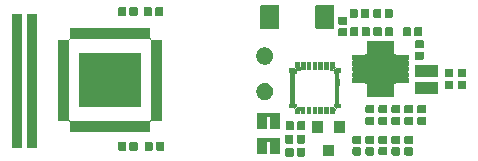
<source format=gts>
G04 #@! TF.GenerationSoftware,KiCad,Pcbnew,(5.1.4)-1*
G04 #@! TF.CreationDate,2020-12-28T11:58:51+03:00*
G04 #@! TF.ProjectId,main_block,6d61696e-5f62-46c6-9f63-6b2e6b696361,rev?*
G04 #@! TF.SameCoordinates,Original*
G04 #@! TF.FileFunction,Soldermask,Top*
G04 #@! TF.FilePolarity,Negative*
%FSLAX46Y46*%
G04 Gerber Fmt 4.6, Leading zero omitted, Abs format (unit mm)*
G04 Created by KiCad (PCBNEW (5.1.4)-1) date 2020-12-28 11:58:51*
%MOMM*%
%LPD*%
G04 APERTURE LIST*
%ADD10C,0.100000*%
%ADD11C,0.010000*%
G04 APERTURE END LIST*
D10*
G36*
X54550000Y-29551130D02*
G01*
X54550000Y-28900000D01*
X54949588Y-28900000D01*
X54949588Y-29551130D01*
X54550000Y-29551130D01*
G37*
G36*
X55050000Y-29551940D02*
G01*
X55050000Y-28900000D01*
X55449735Y-28900000D01*
X55449735Y-29551940D01*
X55050000Y-29551940D01*
G37*
G36*
X55550000Y-29550950D02*
G01*
X55550000Y-28900000D01*
X55950086Y-28900000D01*
X55950086Y-29550950D01*
X55550000Y-29550950D01*
G37*
G36*
X56050000Y-29550120D02*
G01*
X56050000Y-28900000D01*
X56450038Y-28900000D01*
X56450038Y-29550120D01*
X56050000Y-29550120D01*
G37*
G36*
X56550000Y-29552400D02*
G01*
X56550000Y-28900000D01*
X56951310Y-28900000D01*
X56951310Y-29552400D01*
X56550000Y-29552400D01*
G37*
G36*
X57425000Y-28675820D02*
G01*
X57425000Y-28025000D01*
X57826280Y-28025000D01*
X57826280Y-28675820D01*
X57425000Y-28675820D01*
G37*
G36*
X57425000Y-28175773D02*
G01*
X57425000Y-27525000D01*
X57826940Y-27525000D01*
X57826940Y-28175773D01*
X57425000Y-28175773D01*
G37*
G36*
X57425000Y-27675141D02*
G01*
X57425000Y-27025000D01*
X57825900Y-27025000D01*
X57825900Y-27675141D01*
X57425000Y-27675141D01*
G37*
G36*
X57425000Y-27174710D02*
G01*
X57425000Y-26525000D01*
X57828440Y-26525000D01*
X57828440Y-27174710D01*
X57425000Y-27174710D01*
G37*
G36*
X57425000Y-26673913D02*
G01*
X57425000Y-26025000D01*
X57828340Y-26025000D01*
X57828340Y-26673913D01*
X57425000Y-26673913D01*
G37*
G36*
X54550000Y-25799990D02*
G01*
X54550000Y-25150000D01*
X54949997Y-25150000D01*
X54949997Y-25799990D01*
X54550000Y-25799990D01*
G37*
G36*
X55050000Y-25799560D02*
G01*
X55050000Y-25150000D01*
X55449915Y-25150000D01*
X55449915Y-25799560D01*
X55050000Y-25799560D01*
G37*
G36*
X55550000Y-25797280D02*
G01*
X55550000Y-25150000D01*
X55950351Y-25150000D01*
X55950351Y-25797280D01*
X55550000Y-25797280D01*
G37*
G36*
X56050000Y-25798960D02*
G01*
X56050000Y-25150000D01*
X56450469Y-25150000D01*
X56450469Y-25798960D01*
X56050000Y-25798960D01*
G37*
G36*
X56550000Y-25799890D02*
G01*
X56550000Y-25150000D01*
X56950080Y-25150000D01*
X56950080Y-25799890D01*
X56550000Y-25799890D01*
G37*
G36*
X53675000Y-28677080D02*
G01*
X53675000Y-28025000D01*
X54072370Y-28025000D01*
X54072370Y-28677080D01*
X53675000Y-28677080D01*
G37*
G36*
X53675000Y-28176447D02*
G01*
X53675000Y-27525000D01*
X54072060Y-27525000D01*
X54072060Y-28176447D01*
X53675000Y-28176447D01*
G37*
G36*
X53675000Y-27675348D02*
G01*
X53675000Y-27025000D01*
X54073210Y-27025000D01*
X54073210Y-27675348D01*
X53675000Y-27675348D01*
G37*
G36*
X53675000Y-27174752D02*
G01*
X53675000Y-26525000D01*
X54072630Y-26525000D01*
X54072630Y-27174752D01*
X53675000Y-27174752D01*
G37*
G36*
X53675000Y-26674422D02*
G01*
X53675000Y-26025000D01*
X54073560Y-26025000D01*
X54073560Y-26674422D01*
X53675000Y-26674422D01*
G37*
D11*
G36*
X53950000Y-26050000D02*
G01*
X53950000Y-25650000D01*
X53975000Y-25650000D01*
X54150000Y-25825000D01*
X54150000Y-26050000D01*
X53950000Y-26050000D01*
G37*
X53950000Y-26050000D02*
X53950000Y-25650000D01*
X53975000Y-25650000D01*
X54150000Y-25825000D01*
X54150000Y-26050000D01*
X53950000Y-26050000D01*
G36*
X57550000Y-28650000D02*
G01*
X57550000Y-29050000D01*
X57525000Y-29050000D01*
X57350000Y-28875000D01*
X57350000Y-28650000D01*
X57550000Y-28650000D01*
G37*
X57550000Y-28650000D02*
X57550000Y-29050000D01*
X57525000Y-29050000D01*
X57350000Y-28875000D01*
X57350000Y-28650000D01*
X57550000Y-28650000D01*
G36*
X57350000Y-26050000D02*
G01*
X57350000Y-25825000D01*
X57525000Y-25650000D01*
X57550000Y-25650000D01*
X57550000Y-26050000D01*
X57350000Y-26050000D01*
G37*
X57350000Y-26050000D02*
X57350000Y-25825000D01*
X57525000Y-25650000D01*
X57550000Y-25650000D01*
X57550000Y-26050000D01*
X57350000Y-26050000D01*
G36*
X57050000Y-28950000D02*
G01*
X57275000Y-28950000D01*
X57450000Y-29125000D01*
X57450000Y-29150000D01*
X57050000Y-29150000D01*
X57050000Y-28950000D01*
G37*
X57050000Y-28950000D02*
X57275000Y-28950000D01*
X57450000Y-29125000D01*
X57450000Y-29150000D01*
X57050000Y-29150000D01*
X57050000Y-28950000D01*
G36*
X57050000Y-25550000D02*
G01*
X57450000Y-25550000D01*
X57450000Y-25575000D01*
X57275000Y-25750000D01*
X57050000Y-25750000D01*
X57050000Y-25550000D01*
G37*
X57050000Y-25550000D02*
X57450000Y-25550000D01*
X57450000Y-25575000D01*
X57275000Y-25750000D01*
X57050000Y-25750000D01*
X57050000Y-25550000D01*
G36*
X54450000Y-29150000D02*
G01*
X54050000Y-29150000D01*
X54050000Y-29125000D01*
X54225000Y-28950000D01*
X54450000Y-28950000D01*
X54450000Y-29150000D01*
G37*
X54450000Y-29150000D02*
X54050000Y-29150000D01*
X54050000Y-29125000D01*
X54225000Y-28950000D01*
X54450000Y-28950000D01*
X54450000Y-29150000D01*
G36*
X54150000Y-28650000D02*
G01*
X54150000Y-28875000D01*
X53975000Y-29050000D01*
X53950000Y-29050000D01*
X53950000Y-28650000D01*
X54150000Y-28650000D01*
G37*
X54150000Y-28650000D02*
X54150000Y-28875000D01*
X53975000Y-29050000D01*
X53950000Y-29050000D01*
X53950000Y-28650000D01*
X54150000Y-28650000D01*
G36*
X54450000Y-25750000D02*
G01*
X54225000Y-25750000D01*
X54050000Y-25575000D01*
X54050000Y-25550000D01*
X54450000Y-25550000D01*
X54450000Y-25750000D01*
G37*
X54450000Y-25750000D02*
X54225000Y-25750000D01*
X54050000Y-25575000D01*
X54050000Y-25550000D01*
X54450000Y-25550000D01*
X54450000Y-25750000D01*
D10*
G36*
X54050000Y-29550940D02*
G01*
X54050000Y-29150000D01*
X54449440Y-29150000D01*
X54449440Y-29550940D01*
X54050000Y-29550940D01*
G37*
G36*
X53550000Y-29050190D02*
G01*
X53550000Y-28650000D01*
X53949800Y-28650000D01*
X53949800Y-29050190D01*
X53550000Y-29050190D01*
G37*
G36*
X53550000Y-26049460D02*
G01*
X53550000Y-25650000D01*
X53949250Y-25650000D01*
X53949250Y-26049460D01*
X53550000Y-26049460D01*
G37*
G36*
X54050000Y-25547500D02*
G01*
X54050000Y-25150000D01*
X54448190Y-25150000D01*
X54448190Y-25547500D01*
X54050000Y-25547500D01*
G37*
G36*
X57050000Y-25547950D02*
G01*
X57050000Y-25150000D01*
X57451940Y-25150000D01*
X57451940Y-25547950D01*
X57050000Y-25547950D01*
G37*
G36*
X57550000Y-26049380D02*
G01*
X57550000Y-25650000D01*
X57951050Y-25650000D01*
X57951050Y-26049380D01*
X57550000Y-26049380D01*
G37*
G36*
X57550000Y-29050480D02*
G01*
X57550000Y-28650000D01*
X57950620Y-28650000D01*
X57950620Y-29050480D01*
X57550000Y-29050480D01*
G37*
G36*
X57050000Y-29553920D02*
G01*
X57050000Y-29150000D01*
X57453030Y-29150000D01*
X57453030Y-29553920D01*
X57050000Y-29553920D01*
G37*
G36*
X54826938Y-32381716D02*
G01*
X54847557Y-32387971D01*
X54866553Y-32398124D01*
X54883208Y-32411792D01*
X54896876Y-32428447D01*
X54907029Y-32447443D01*
X54913284Y-32468062D01*
X54916000Y-32495640D01*
X54916000Y-33004360D01*
X54913284Y-33031938D01*
X54907029Y-33052557D01*
X54896876Y-33071553D01*
X54883208Y-33088208D01*
X54866553Y-33101876D01*
X54847557Y-33112029D01*
X54826938Y-33118284D01*
X54799360Y-33121000D01*
X54340640Y-33121000D01*
X54313062Y-33118284D01*
X54292443Y-33112029D01*
X54273447Y-33101876D01*
X54256792Y-33088208D01*
X54243124Y-33071553D01*
X54232971Y-33052557D01*
X54226716Y-33031938D01*
X54224000Y-33004360D01*
X54224000Y-32495640D01*
X54226716Y-32468062D01*
X54232971Y-32447443D01*
X54243124Y-32428447D01*
X54256792Y-32411792D01*
X54273447Y-32398124D01*
X54292443Y-32387971D01*
X54313062Y-32381716D01*
X54340640Y-32379000D01*
X54799360Y-32379000D01*
X54826938Y-32381716D01*
X54826938Y-32381716D01*
G37*
G36*
X53856938Y-32381716D02*
G01*
X53877557Y-32387971D01*
X53896553Y-32398124D01*
X53913208Y-32411792D01*
X53926876Y-32428447D01*
X53937029Y-32447443D01*
X53943284Y-32468062D01*
X53946000Y-32495640D01*
X53946000Y-33004360D01*
X53943284Y-33031938D01*
X53937029Y-33052557D01*
X53926876Y-33071553D01*
X53913208Y-33088208D01*
X53896553Y-33101876D01*
X53877557Y-33112029D01*
X53856938Y-33118284D01*
X53829360Y-33121000D01*
X53370640Y-33121000D01*
X53343062Y-33118284D01*
X53322443Y-33112029D01*
X53303447Y-33101876D01*
X53286792Y-33088208D01*
X53273124Y-33071553D01*
X53262971Y-33052557D01*
X53256716Y-33031938D01*
X53254000Y-33004360D01*
X53254000Y-32495640D01*
X53256716Y-32468062D01*
X53262971Y-32447443D01*
X53273124Y-32428447D01*
X53286792Y-32411792D01*
X53303447Y-32398124D01*
X53322443Y-32387971D01*
X53343062Y-32381716D01*
X53370640Y-32379000D01*
X53829360Y-32379000D01*
X53856938Y-32381716D01*
X53856938Y-32381716D01*
G37*
G36*
X57351000Y-33101000D02*
G01*
X56449000Y-33101000D01*
X56449000Y-32099000D01*
X57351000Y-32099000D01*
X57351000Y-33101000D01*
X57351000Y-33101000D01*
G37*
G36*
X63981938Y-32341716D02*
G01*
X64002557Y-32347971D01*
X64021553Y-32358124D01*
X64038208Y-32371792D01*
X64051876Y-32388447D01*
X64062029Y-32407443D01*
X64068284Y-32428062D01*
X64071000Y-32455640D01*
X64071000Y-32914360D01*
X64068284Y-32941938D01*
X64062029Y-32962557D01*
X64051876Y-32981553D01*
X64038208Y-32998208D01*
X64021553Y-33011876D01*
X64002557Y-33022029D01*
X63981938Y-33028284D01*
X63954360Y-33031000D01*
X63445640Y-33031000D01*
X63418062Y-33028284D01*
X63397443Y-33022029D01*
X63378447Y-33011876D01*
X63361792Y-32998208D01*
X63348124Y-32981553D01*
X63337971Y-32962557D01*
X63331716Y-32941938D01*
X63329000Y-32914360D01*
X63329000Y-32455640D01*
X63331716Y-32428062D01*
X63337971Y-32407443D01*
X63348124Y-32388447D01*
X63361792Y-32371792D01*
X63378447Y-32358124D01*
X63397443Y-32347971D01*
X63418062Y-32341716D01*
X63445640Y-32339000D01*
X63954360Y-32339000D01*
X63981938Y-32341716D01*
X63981938Y-32341716D01*
G37*
G36*
X62881938Y-32341716D02*
G01*
X62902557Y-32347971D01*
X62921553Y-32358124D01*
X62938208Y-32371792D01*
X62951876Y-32388447D01*
X62962029Y-32407443D01*
X62968284Y-32428062D01*
X62971000Y-32455640D01*
X62971000Y-32914360D01*
X62968284Y-32941938D01*
X62962029Y-32962557D01*
X62951876Y-32981553D01*
X62938208Y-32998208D01*
X62921553Y-33011876D01*
X62902557Y-33022029D01*
X62881938Y-33028284D01*
X62854360Y-33031000D01*
X62345640Y-33031000D01*
X62318062Y-33028284D01*
X62297443Y-33022029D01*
X62278447Y-33011876D01*
X62261792Y-32998208D01*
X62248124Y-32981553D01*
X62237971Y-32962557D01*
X62231716Y-32941938D01*
X62229000Y-32914360D01*
X62229000Y-32455640D01*
X62231716Y-32428062D01*
X62237971Y-32407443D01*
X62248124Y-32388447D01*
X62261792Y-32371792D01*
X62278447Y-32358124D01*
X62297443Y-32347971D01*
X62318062Y-32341716D01*
X62345640Y-32339000D01*
X62854360Y-32339000D01*
X62881938Y-32341716D01*
X62881938Y-32341716D01*
G37*
G36*
X60681938Y-32341716D02*
G01*
X60702557Y-32347971D01*
X60721553Y-32358124D01*
X60738208Y-32371792D01*
X60751876Y-32388447D01*
X60762029Y-32407443D01*
X60768284Y-32428062D01*
X60771000Y-32455640D01*
X60771000Y-32914360D01*
X60768284Y-32941938D01*
X60762029Y-32962557D01*
X60751876Y-32981553D01*
X60738208Y-32998208D01*
X60721553Y-33011876D01*
X60702557Y-33022029D01*
X60681938Y-33028284D01*
X60654360Y-33031000D01*
X60145640Y-33031000D01*
X60118062Y-33028284D01*
X60097443Y-33022029D01*
X60078447Y-33011876D01*
X60061792Y-32998208D01*
X60048124Y-32981553D01*
X60037971Y-32962557D01*
X60031716Y-32941938D01*
X60029000Y-32914360D01*
X60029000Y-32455640D01*
X60031716Y-32428062D01*
X60037971Y-32407443D01*
X60048124Y-32388447D01*
X60061792Y-32371792D01*
X60078447Y-32358124D01*
X60097443Y-32347971D01*
X60118062Y-32341716D01*
X60145640Y-32339000D01*
X60654360Y-32339000D01*
X60681938Y-32341716D01*
X60681938Y-32341716D01*
G37*
G36*
X59581938Y-32341716D02*
G01*
X59602557Y-32347971D01*
X59621553Y-32358124D01*
X59638208Y-32371792D01*
X59651876Y-32388447D01*
X59662029Y-32407443D01*
X59668284Y-32428062D01*
X59671000Y-32455640D01*
X59671000Y-32914360D01*
X59668284Y-32941938D01*
X59662029Y-32962557D01*
X59651876Y-32981553D01*
X59638208Y-32998208D01*
X59621553Y-33011876D01*
X59602557Y-33022029D01*
X59581938Y-33028284D01*
X59554360Y-33031000D01*
X59045640Y-33031000D01*
X59018062Y-33028284D01*
X58997443Y-33022029D01*
X58978447Y-33011876D01*
X58961792Y-32998208D01*
X58948124Y-32981553D01*
X58937971Y-32962557D01*
X58931716Y-32941938D01*
X58929000Y-32914360D01*
X58929000Y-32455640D01*
X58931716Y-32428062D01*
X58937971Y-32407443D01*
X58948124Y-32388447D01*
X58961792Y-32371792D01*
X58978447Y-32358124D01*
X58997443Y-32347971D01*
X59018062Y-32341716D01*
X59045640Y-32339000D01*
X59554360Y-32339000D01*
X59581938Y-32341716D01*
X59581938Y-32341716D01*
G37*
G36*
X61781938Y-32326716D02*
G01*
X61802557Y-32332971D01*
X61821553Y-32343124D01*
X61838208Y-32356792D01*
X61851876Y-32373447D01*
X61862029Y-32392443D01*
X61868284Y-32413062D01*
X61871000Y-32440640D01*
X61871000Y-32899360D01*
X61868284Y-32926938D01*
X61862029Y-32947557D01*
X61851876Y-32966553D01*
X61838208Y-32983208D01*
X61821553Y-32996876D01*
X61802557Y-33007029D01*
X61781938Y-33013284D01*
X61754360Y-33016000D01*
X61245640Y-33016000D01*
X61218062Y-33013284D01*
X61197443Y-33007029D01*
X61178447Y-32996876D01*
X61161792Y-32983208D01*
X61148124Y-32966553D01*
X61137971Y-32947557D01*
X61131716Y-32926938D01*
X61129000Y-32899360D01*
X61129000Y-32440640D01*
X61131716Y-32413062D01*
X61137971Y-32392443D01*
X61148124Y-32373447D01*
X61161792Y-32356792D01*
X61178447Y-32343124D01*
X61197443Y-32332971D01*
X61218062Y-32326716D01*
X61245640Y-32324000D01*
X61754360Y-32324000D01*
X61781938Y-32326716D01*
X61781938Y-32326716D01*
G37*
G36*
X52826000Y-32891000D02*
G01*
X51974000Y-32891000D01*
X51974000Y-32015999D01*
X51971598Y-31991613D01*
X51964485Y-31968164D01*
X51952934Y-31946553D01*
X51937389Y-31927611D01*
X51918447Y-31912066D01*
X51896836Y-31900515D01*
X51873387Y-31893402D01*
X51849001Y-31891000D01*
X51800999Y-31891000D01*
X51776613Y-31893402D01*
X51753164Y-31900515D01*
X51731553Y-31912066D01*
X51712611Y-31927611D01*
X51697066Y-31946553D01*
X51685515Y-31968164D01*
X51678402Y-31991613D01*
X51676000Y-32015999D01*
X51676000Y-32891000D01*
X50824000Y-32891000D01*
X50824000Y-31509000D01*
X52826000Y-31509000D01*
X52826000Y-32891000D01*
X52826000Y-32891000D01*
G37*
G36*
X42891938Y-31881716D02*
G01*
X42912557Y-31887971D01*
X42931553Y-31898124D01*
X42948208Y-31911792D01*
X42961876Y-31928447D01*
X42972029Y-31947443D01*
X42978284Y-31968062D01*
X42981000Y-31995640D01*
X42981000Y-32504360D01*
X42978284Y-32531938D01*
X42972029Y-32552557D01*
X42961876Y-32571553D01*
X42948208Y-32588208D01*
X42931553Y-32601876D01*
X42912557Y-32612029D01*
X42891938Y-32618284D01*
X42864360Y-32621000D01*
X42405640Y-32621000D01*
X42378062Y-32618284D01*
X42357443Y-32612029D01*
X42338447Y-32601876D01*
X42321792Y-32588208D01*
X42308124Y-32571553D01*
X42297971Y-32552557D01*
X42291716Y-32531938D01*
X42289000Y-32504360D01*
X42289000Y-31995640D01*
X42291716Y-31968062D01*
X42297971Y-31947443D01*
X42308124Y-31928447D01*
X42321792Y-31911792D01*
X42338447Y-31898124D01*
X42357443Y-31887971D01*
X42378062Y-31881716D01*
X42405640Y-31879000D01*
X42864360Y-31879000D01*
X42891938Y-31881716D01*
X42891938Y-31881716D01*
G37*
G36*
X41921938Y-31881716D02*
G01*
X41942557Y-31887971D01*
X41961553Y-31898124D01*
X41978208Y-31911792D01*
X41991876Y-31928447D01*
X42002029Y-31947443D01*
X42008284Y-31968062D01*
X42011000Y-31995640D01*
X42011000Y-32504360D01*
X42008284Y-32531938D01*
X42002029Y-32552557D01*
X41991876Y-32571553D01*
X41978208Y-32588208D01*
X41961553Y-32601876D01*
X41942557Y-32612029D01*
X41921938Y-32618284D01*
X41894360Y-32621000D01*
X41435640Y-32621000D01*
X41408062Y-32618284D01*
X41387443Y-32612029D01*
X41368447Y-32601876D01*
X41351792Y-32588208D01*
X41338124Y-32571553D01*
X41327971Y-32552557D01*
X41321716Y-32531938D01*
X41319000Y-32504360D01*
X41319000Y-31995640D01*
X41321716Y-31968062D01*
X41327971Y-31947443D01*
X41338124Y-31928447D01*
X41351792Y-31911792D01*
X41368447Y-31898124D01*
X41387443Y-31887971D01*
X41408062Y-31881716D01*
X41435640Y-31879000D01*
X41894360Y-31879000D01*
X41921938Y-31881716D01*
X41921938Y-31881716D01*
G37*
G36*
X39671938Y-31881716D02*
G01*
X39692557Y-31887971D01*
X39711553Y-31898124D01*
X39728208Y-31911792D01*
X39741876Y-31928447D01*
X39752029Y-31947443D01*
X39758284Y-31968062D01*
X39761000Y-31995640D01*
X39761000Y-32504360D01*
X39758284Y-32531938D01*
X39752029Y-32552557D01*
X39741876Y-32571553D01*
X39728208Y-32588208D01*
X39711553Y-32601876D01*
X39692557Y-32612029D01*
X39671938Y-32618284D01*
X39644360Y-32621000D01*
X39185640Y-32621000D01*
X39158062Y-32618284D01*
X39137443Y-32612029D01*
X39118447Y-32601876D01*
X39101792Y-32588208D01*
X39088124Y-32571553D01*
X39077971Y-32552557D01*
X39071716Y-32531938D01*
X39069000Y-32504360D01*
X39069000Y-31995640D01*
X39071716Y-31968062D01*
X39077971Y-31947443D01*
X39088124Y-31928447D01*
X39101792Y-31911792D01*
X39118447Y-31898124D01*
X39137443Y-31887971D01*
X39158062Y-31881716D01*
X39185640Y-31879000D01*
X39644360Y-31879000D01*
X39671938Y-31881716D01*
X39671938Y-31881716D01*
G37*
G36*
X40641938Y-31881716D02*
G01*
X40662557Y-31887971D01*
X40681553Y-31898124D01*
X40698208Y-31911792D01*
X40711876Y-31928447D01*
X40722029Y-31947443D01*
X40728284Y-31968062D01*
X40731000Y-31995640D01*
X40731000Y-32504360D01*
X40728284Y-32531938D01*
X40722029Y-32552557D01*
X40711876Y-32571553D01*
X40698208Y-32588208D01*
X40681553Y-32601876D01*
X40662557Y-32612029D01*
X40641938Y-32618284D01*
X40614360Y-32621000D01*
X40155640Y-32621000D01*
X40128062Y-32618284D01*
X40107443Y-32612029D01*
X40088447Y-32601876D01*
X40071792Y-32588208D01*
X40058124Y-32571553D01*
X40047971Y-32552557D01*
X40041716Y-32531938D01*
X40039000Y-32504360D01*
X40039000Y-31995640D01*
X40041716Y-31968062D01*
X40047971Y-31947443D01*
X40058124Y-31928447D01*
X40071792Y-31911792D01*
X40088447Y-31898124D01*
X40107443Y-31887971D01*
X40128062Y-31881716D01*
X40155640Y-31879000D01*
X40614360Y-31879000D01*
X40641938Y-31881716D01*
X40641938Y-31881716D01*
G37*
G36*
X32231000Y-32371000D02*
G01*
X31369000Y-32371000D01*
X31369000Y-21009000D01*
X32231000Y-21009000D01*
X32231000Y-32371000D01*
X32231000Y-32371000D01*
G37*
G36*
X30961000Y-32371000D02*
G01*
X30099000Y-32371000D01*
X30099000Y-21009000D01*
X30961000Y-21009000D01*
X30961000Y-32371000D01*
X30961000Y-32371000D01*
G37*
G36*
X59581938Y-31371716D02*
G01*
X59602557Y-31377971D01*
X59621553Y-31388124D01*
X59638208Y-31401792D01*
X59651876Y-31418447D01*
X59662029Y-31437443D01*
X59668284Y-31458062D01*
X59671000Y-31485640D01*
X59671000Y-31944360D01*
X59668284Y-31971938D01*
X59662029Y-31992557D01*
X59651876Y-32011553D01*
X59638208Y-32028208D01*
X59621553Y-32041876D01*
X59602557Y-32052029D01*
X59581938Y-32058284D01*
X59554360Y-32061000D01*
X59045640Y-32061000D01*
X59018062Y-32058284D01*
X58997443Y-32052029D01*
X58978447Y-32041876D01*
X58961792Y-32028208D01*
X58948124Y-32011553D01*
X58937971Y-31992557D01*
X58931716Y-31971938D01*
X58929000Y-31944360D01*
X58929000Y-31485640D01*
X58931716Y-31458062D01*
X58937971Y-31437443D01*
X58948124Y-31418447D01*
X58961792Y-31401792D01*
X58978447Y-31388124D01*
X58997443Y-31377971D01*
X59018062Y-31371716D01*
X59045640Y-31369000D01*
X59554360Y-31369000D01*
X59581938Y-31371716D01*
X59581938Y-31371716D01*
G37*
G36*
X62881938Y-31371716D02*
G01*
X62902557Y-31377971D01*
X62921553Y-31388124D01*
X62938208Y-31401792D01*
X62951876Y-31418447D01*
X62962029Y-31437443D01*
X62968284Y-31458062D01*
X62971000Y-31485640D01*
X62971000Y-31944360D01*
X62968284Y-31971938D01*
X62962029Y-31992557D01*
X62951876Y-32011553D01*
X62938208Y-32028208D01*
X62921553Y-32041876D01*
X62902557Y-32052029D01*
X62881938Y-32058284D01*
X62854360Y-32061000D01*
X62345640Y-32061000D01*
X62318062Y-32058284D01*
X62297443Y-32052029D01*
X62278447Y-32041876D01*
X62261792Y-32028208D01*
X62248124Y-32011553D01*
X62237971Y-31992557D01*
X62231716Y-31971938D01*
X62229000Y-31944360D01*
X62229000Y-31485640D01*
X62231716Y-31458062D01*
X62237971Y-31437443D01*
X62248124Y-31418447D01*
X62261792Y-31401792D01*
X62278447Y-31388124D01*
X62297443Y-31377971D01*
X62318062Y-31371716D01*
X62345640Y-31369000D01*
X62854360Y-31369000D01*
X62881938Y-31371716D01*
X62881938Y-31371716D01*
G37*
G36*
X63981938Y-31371716D02*
G01*
X64002557Y-31377971D01*
X64021553Y-31388124D01*
X64038208Y-31401792D01*
X64051876Y-31418447D01*
X64062029Y-31437443D01*
X64068284Y-31458062D01*
X64071000Y-31485640D01*
X64071000Y-31944360D01*
X64068284Y-31971938D01*
X64062029Y-31992557D01*
X64051876Y-32011553D01*
X64038208Y-32028208D01*
X64021553Y-32041876D01*
X64002557Y-32052029D01*
X63981938Y-32058284D01*
X63954360Y-32061000D01*
X63445640Y-32061000D01*
X63418062Y-32058284D01*
X63397443Y-32052029D01*
X63378447Y-32041876D01*
X63361792Y-32028208D01*
X63348124Y-32011553D01*
X63337971Y-31992557D01*
X63331716Y-31971938D01*
X63329000Y-31944360D01*
X63329000Y-31485640D01*
X63331716Y-31458062D01*
X63337971Y-31437443D01*
X63348124Y-31418447D01*
X63361792Y-31401792D01*
X63378447Y-31388124D01*
X63397443Y-31377971D01*
X63418062Y-31371716D01*
X63445640Y-31369000D01*
X63954360Y-31369000D01*
X63981938Y-31371716D01*
X63981938Y-31371716D01*
G37*
G36*
X60681938Y-31371716D02*
G01*
X60702557Y-31377971D01*
X60721553Y-31388124D01*
X60738208Y-31401792D01*
X60751876Y-31418447D01*
X60762029Y-31437443D01*
X60768284Y-31458062D01*
X60771000Y-31485640D01*
X60771000Y-31944360D01*
X60768284Y-31971938D01*
X60762029Y-31992557D01*
X60751876Y-32011553D01*
X60738208Y-32028208D01*
X60721553Y-32041876D01*
X60702557Y-32052029D01*
X60681938Y-32058284D01*
X60654360Y-32061000D01*
X60145640Y-32061000D01*
X60118062Y-32058284D01*
X60097443Y-32052029D01*
X60078447Y-32041876D01*
X60061792Y-32028208D01*
X60048124Y-32011553D01*
X60037971Y-31992557D01*
X60031716Y-31971938D01*
X60029000Y-31944360D01*
X60029000Y-31485640D01*
X60031716Y-31458062D01*
X60037971Y-31437443D01*
X60048124Y-31418447D01*
X60061792Y-31401792D01*
X60078447Y-31388124D01*
X60097443Y-31377971D01*
X60118062Y-31371716D01*
X60145640Y-31369000D01*
X60654360Y-31369000D01*
X60681938Y-31371716D01*
X60681938Y-31371716D01*
G37*
G36*
X61781938Y-31356716D02*
G01*
X61802557Y-31362971D01*
X61821553Y-31373124D01*
X61838208Y-31386792D01*
X61851876Y-31403447D01*
X61862029Y-31422443D01*
X61868284Y-31443062D01*
X61871000Y-31470640D01*
X61871000Y-31929360D01*
X61868284Y-31956938D01*
X61862029Y-31977557D01*
X61851876Y-31996553D01*
X61838208Y-32013208D01*
X61821553Y-32026876D01*
X61802557Y-32037029D01*
X61781938Y-32043284D01*
X61754360Y-32046000D01*
X61245640Y-32046000D01*
X61218062Y-32043284D01*
X61197443Y-32037029D01*
X61178447Y-32026876D01*
X61161792Y-32013208D01*
X61148124Y-31996553D01*
X61137971Y-31977557D01*
X61131716Y-31956938D01*
X61129000Y-31929360D01*
X61129000Y-31470640D01*
X61131716Y-31443062D01*
X61137971Y-31422443D01*
X61148124Y-31403447D01*
X61161792Y-31386792D01*
X61178447Y-31373124D01*
X61197443Y-31362971D01*
X61218062Y-31356716D01*
X61245640Y-31354000D01*
X61754360Y-31354000D01*
X61781938Y-31356716D01*
X61781938Y-31356716D01*
G37*
G36*
X54806938Y-31281716D02*
G01*
X54827557Y-31287971D01*
X54846553Y-31298124D01*
X54863208Y-31311792D01*
X54876876Y-31328447D01*
X54887029Y-31347443D01*
X54893284Y-31368062D01*
X54896000Y-31395640D01*
X54896000Y-31904360D01*
X54893284Y-31931938D01*
X54887029Y-31952557D01*
X54876876Y-31971553D01*
X54863208Y-31988208D01*
X54846553Y-32001876D01*
X54827557Y-32012029D01*
X54806938Y-32018284D01*
X54779360Y-32021000D01*
X54320640Y-32021000D01*
X54293062Y-32018284D01*
X54272443Y-32012029D01*
X54253447Y-32001876D01*
X54236792Y-31988208D01*
X54223124Y-31971553D01*
X54212971Y-31952557D01*
X54206716Y-31931938D01*
X54204000Y-31904360D01*
X54204000Y-31395640D01*
X54206716Y-31368062D01*
X54212971Y-31347443D01*
X54223124Y-31328447D01*
X54236792Y-31311792D01*
X54253447Y-31298124D01*
X54272443Y-31287971D01*
X54293062Y-31281716D01*
X54320640Y-31279000D01*
X54779360Y-31279000D01*
X54806938Y-31281716D01*
X54806938Y-31281716D01*
G37*
G36*
X53836938Y-31281716D02*
G01*
X53857557Y-31287971D01*
X53876553Y-31298124D01*
X53893208Y-31311792D01*
X53906876Y-31328447D01*
X53917029Y-31347443D01*
X53923284Y-31368062D01*
X53926000Y-31395640D01*
X53926000Y-31904360D01*
X53923284Y-31931938D01*
X53917029Y-31952557D01*
X53906876Y-31971553D01*
X53893208Y-31988208D01*
X53876553Y-32001876D01*
X53857557Y-32012029D01*
X53836938Y-32018284D01*
X53809360Y-32021000D01*
X53350640Y-32021000D01*
X53323062Y-32018284D01*
X53302443Y-32012029D01*
X53283447Y-32001876D01*
X53266792Y-31988208D01*
X53253124Y-31971553D01*
X53242971Y-31952557D01*
X53236716Y-31931938D01*
X53234000Y-31904360D01*
X53234000Y-31395640D01*
X53236716Y-31368062D01*
X53242971Y-31347443D01*
X53253124Y-31328447D01*
X53266792Y-31311792D01*
X53283447Y-31298124D01*
X53302443Y-31287971D01*
X53323062Y-31281716D01*
X53350640Y-31279000D01*
X53809360Y-31279000D01*
X53836938Y-31281716D01*
X53836938Y-31281716D01*
G37*
G36*
X58301000Y-31101000D02*
G01*
X57399000Y-31101000D01*
X57399000Y-30099000D01*
X58301000Y-30099000D01*
X58301000Y-31101000D01*
X58301000Y-31101000D01*
G37*
G36*
X56401000Y-31101000D02*
G01*
X55499000Y-31101000D01*
X55499000Y-30099000D01*
X56401000Y-30099000D01*
X56401000Y-31101000D01*
X56401000Y-31101000D01*
G37*
G36*
X35305355Y-22225083D02*
G01*
X35310029Y-22226501D01*
X35314330Y-22228800D01*
X35320702Y-22234029D01*
X35341076Y-22247643D01*
X35363715Y-22257020D01*
X35387749Y-22261800D01*
X35412253Y-22261800D01*
X35436286Y-22257019D01*
X35458925Y-22247642D01*
X35479298Y-22234029D01*
X35485670Y-22228800D01*
X35489971Y-22226501D01*
X35494645Y-22225083D01*
X35505641Y-22224000D01*
X35794359Y-22224000D01*
X35805355Y-22225083D01*
X35810029Y-22226501D01*
X35814330Y-22228800D01*
X35820702Y-22234029D01*
X35841076Y-22247643D01*
X35863715Y-22257020D01*
X35887749Y-22261800D01*
X35912253Y-22261800D01*
X35936286Y-22257019D01*
X35958925Y-22247642D01*
X35979298Y-22234029D01*
X35985670Y-22228800D01*
X35989971Y-22226501D01*
X35994645Y-22225083D01*
X36005641Y-22224000D01*
X36294359Y-22224000D01*
X36305355Y-22225083D01*
X36310029Y-22226501D01*
X36314330Y-22228800D01*
X36320702Y-22234029D01*
X36341076Y-22247643D01*
X36363715Y-22257020D01*
X36387749Y-22261800D01*
X36412253Y-22261800D01*
X36436286Y-22257019D01*
X36458925Y-22247642D01*
X36479298Y-22234029D01*
X36485670Y-22228800D01*
X36489971Y-22226501D01*
X36494645Y-22225083D01*
X36505641Y-22224000D01*
X36794359Y-22224000D01*
X36805355Y-22225083D01*
X36810029Y-22226501D01*
X36814330Y-22228800D01*
X36820702Y-22234029D01*
X36841076Y-22247643D01*
X36863715Y-22257020D01*
X36887749Y-22261800D01*
X36912253Y-22261800D01*
X36936286Y-22257019D01*
X36958925Y-22247642D01*
X36979298Y-22234029D01*
X36985670Y-22228800D01*
X36989971Y-22226501D01*
X36994645Y-22225083D01*
X37005641Y-22224000D01*
X37294359Y-22224000D01*
X37305355Y-22225083D01*
X37310029Y-22226501D01*
X37314330Y-22228800D01*
X37320702Y-22234029D01*
X37341076Y-22247643D01*
X37363715Y-22257020D01*
X37387749Y-22261800D01*
X37412253Y-22261800D01*
X37436286Y-22257019D01*
X37458925Y-22247642D01*
X37479298Y-22234029D01*
X37485670Y-22228800D01*
X37489971Y-22226501D01*
X37494645Y-22225083D01*
X37505641Y-22224000D01*
X37794359Y-22224000D01*
X37805355Y-22225083D01*
X37810029Y-22226501D01*
X37814330Y-22228800D01*
X37820702Y-22234029D01*
X37841076Y-22247643D01*
X37863715Y-22257020D01*
X37887749Y-22261800D01*
X37912253Y-22261800D01*
X37936286Y-22257019D01*
X37958925Y-22247642D01*
X37979298Y-22234029D01*
X37985670Y-22228800D01*
X37989971Y-22226501D01*
X37994645Y-22225083D01*
X38005641Y-22224000D01*
X38294359Y-22224000D01*
X38305355Y-22225083D01*
X38310029Y-22226501D01*
X38314330Y-22228800D01*
X38320702Y-22234029D01*
X38341076Y-22247643D01*
X38363715Y-22257020D01*
X38387749Y-22261800D01*
X38412253Y-22261800D01*
X38436286Y-22257019D01*
X38458925Y-22247642D01*
X38479298Y-22234029D01*
X38485670Y-22228800D01*
X38489971Y-22226501D01*
X38494645Y-22225083D01*
X38505641Y-22224000D01*
X38794359Y-22224000D01*
X38805355Y-22225083D01*
X38810029Y-22226501D01*
X38814330Y-22228800D01*
X38820702Y-22234029D01*
X38841076Y-22247643D01*
X38863715Y-22257020D01*
X38887749Y-22261800D01*
X38912253Y-22261800D01*
X38936286Y-22257019D01*
X38958925Y-22247642D01*
X38979298Y-22234029D01*
X38985670Y-22228800D01*
X38989971Y-22226501D01*
X38994645Y-22225083D01*
X39005641Y-22224000D01*
X39294359Y-22224000D01*
X39305355Y-22225083D01*
X39310029Y-22226501D01*
X39314330Y-22228800D01*
X39320702Y-22234029D01*
X39341076Y-22247643D01*
X39363715Y-22257020D01*
X39387749Y-22261800D01*
X39412253Y-22261800D01*
X39436286Y-22257019D01*
X39458925Y-22247642D01*
X39479298Y-22234029D01*
X39485670Y-22228800D01*
X39489971Y-22226501D01*
X39494645Y-22225083D01*
X39505641Y-22224000D01*
X39794359Y-22224000D01*
X39805355Y-22225083D01*
X39810029Y-22226501D01*
X39814330Y-22228800D01*
X39820702Y-22234029D01*
X39841076Y-22247643D01*
X39863715Y-22257020D01*
X39887749Y-22261800D01*
X39912253Y-22261800D01*
X39936286Y-22257019D01*
X39958925Y-22247642D01*
X39979298Y-22234029D01*
X39985670Y-22228800D01*
X39989971Y-22226501D01*
X39994645Y-22225083D01*
X40005641Y-22224000D01*
X40294359Y-22224000D01*
X40305355Y-22225083D01*
X40310029Y-22226501D01*
X40314330Y-22228800D01*
X40320702Y-22234029D01*
X40341076Y-22247643D01*
X40363715Y-22257020D01*
X40387749Y-22261800D01*
X40412253Y-22261800D01*
X40436286Y-22257019D01*
X40458925Y-22247642D01*
X40479298Y-22234029D01*
X40485670Y-22228800D01*
X40489971Y-22226501D01*
X40494645Y-22225083D01*
X40505641Y-22224000D01*
X40794359Y-22224000D01*
X40805355Y-22225083D01*
X40810029Y-22226501D01*
X40814330Y-22228800D01*
X40820702Y-22234029D01*
X40841076Y-22247643D01*
X40863715Y-22257020D01*
X40887749Y-22261800D01*
X40912253Y-22261800D01*
X40936286Y-22257019D01*
X40958925Y-22247642D01*
X40979298Y-22234029D01*
X40985670Y-22228800D01*
X40989971Y-22226501D01*
X40994645Y-22225083D01*
X41005641Y-22224000D01*
X41294359Y-22224000D01*
X41305355Y-22225083D01*
X41310029Y-22226501D01*
X41314330Y-22228800D01*
X41320702Y-22234029D01*
X41341076Y-22247643D01*
X41363715Y-22257020D01*
X41387749Y-22261800D01*
X41412253Y-22261800D01*
X41436286Y-22257019D01*
X41458925Y-22247642D01*
X41479298Y-22234029D01*
X41485670Y-22228800D01*
X41489971Y-22226501D01*
X41494645Y-22225083D01*
X41505641Y-22224000D01*
X41794359Y-22224000D01*
X41805355Y-22225083D01*
X41810029Y-22226501D01*
X41814331Y-22228800D01*
X41818104Y-22231896D01*
X41821200Y-22235669D01*
X41823499Y-22239971D01*
X41824917Y-22244645D01*
X41826000Y-22255641D01*
X41826000Y-23099001D01*
X41828402Y-23123387D01*
X41835515Y-23146836D01*
X41847066Y-23168447D01*
X41862611Y-23187389D01*
X41881553Y-23202934D01*
X41903164Y-23214485D01*
X41926613Y-23221598D01*
X41950999Y-23224000D01*
X42794359Y-23224000D01*
X42805355Y-23225083D01*
X42810029Y-23226501D01*
X42814331Y-23228800D01*
X42818104Y-23231896D01*
X42821200Y-23235669D01*
X42823499Y-23239971D01*
X42824917Y-23244645D01*
X42826000Y-23255641D01*
X42826000Y-23544359D01*
X42824917Y-23555355D01*
X42823499Y-23560029D01*
X42821200Y-23564330D01*
X42815971Y-23570702D01*
X42802357Y-23591076D01*
X42792980Y-23613715D01*
X42788200Y-23637749D01*
X42788200Y-23662253D01*
X42792981Y-23686286D01*
X42802358Y-23708925D01*
X42815971Y-23729298D01*
X42821200Y-23735670D01*
X42823499Y-23739971D01*
X42824917Y-23744645D01*
X42826000Y-23755641D01*
X42826000Y-24044359D01*
X42824917Y-24055355D01*
X42823499Y-24060029D01*
X42821200Y-24064330D01*
X42815971Y-24070702D01*
X42802357Y-24091076D01*
X42792980Y-24113715D01*
X42788200Y-24137749D01*
X42788200Y-24162253D01*
X42792981Y-24186286D01*
X42802358Y-24208925D01*
X42815971Y-24229298D01*
X42821200Y-24235670D01*
X42823499Y-24239971D01*
X42824917Y-24244645D01*
X42826000Y-24255641D01*
X42826000Y-24544359D01*
X42824917Y-24555355D01*
X42823499Y-24560029D01*
X42821200Y-24564330D01*
X42815971Y-24570702D01*
X42802357Y-24591076D01*
X42792980Y-24613715D01*
X42788200Y-24637749D01*
X42788200Y-24662253D01*
X42792981Y-24686286D01*
X42802358Y-24708925D01*
X42815971Y-24729298D01*
X42821200Y-24735670D01*
X42823499Y-24739971D01*
X42824917Y-24744645D01*
X42826000Y-24755641D01*
X42826000Y-25044359D01*
X42824917Y-25055355D01*
X42823499Y-25060029D01*
X42821200Y-25064330D01*
X42815971Y-25070702D01*
X42802357Y-25091076D01*
X42792980Y-25113715D01*
X42788200Y-25137749D01*
X42788200Y-25162253D01*
X42792981Y-25186286D01*
X42802358Y-25208925D01*
X42815971Y-25229298D01*
X42821200Y-25235670D01*
X42823499Y-25239971D01*
X42824917Y-25244645D01*
X42826000Y-25255641D01*
X42826000Y-25544359D01*
X42824917Y-25555355D01*
X42823499Y-25560029D01*
X42821200Y-25564330D01*
X42815971Y-25570702D01*
X42802357Y-25591076D01*
X42792980Y-25613715D01*
X42788200Y-25637749D01*
X42788200Y-25662253D01*
X42792981Y-25686286D01*
X42802358Y-25708925D01*
X42815971Y-25729298D01*
X42821200Y-25735670D01*
X42823499Y-25739971D01*
X42824917Y-25744645D01*
X42826000Y-25755641D01*
X42826000Y-26044359D01*
X42824917Y-26055355D01*
X42823499Y-26060029D01*
X42821200Y-26064330D01*
X42815971Y-26070702D01*
X42802357Y-26091076D01*
X42792980Y-26113715D01*
X42788200Y-26137749D01*
X42788200Y-26162253D01*
X42792981Y-26186286D01*
X42802358Y-26208925D01*
X42815971Y-26229298D01*
X42821200Y-26235670D01*
X42823499Y-26239971D01*
X42824917Y-26244645D01*
X42826000Y-26255641D01*
X42826000Y-26544359D01*
X42824917Y-26555355D01*
X42823499Y-26560029D01*
X42821200Y-26564330D01*
X42815971Y-26570702D01*
X42802357Y-26591076D01*
X42792980Y-26613715D01*
X42788200Y-26637749D01*
X42788200Y-26662253D01*
X42792981Y-26686286D01*
X42802358Y-26708925D01*
X42815971Y-26729298D01*
X42821200Y-26735670D01*
X42823499Y-26739971D01*
X42824917Y-26744645D01*
X42826000Y-26755641D01*
X42826000Y-27044359D01*
X42824917Y-27055355D01*
X42823499Y-27060029D01*
X42821200Y-27064330D01*
X42815971Y-27070702D01*
X42802357Y-27091076D01*
X42792980Y-27113715D01*
X42788200Y-27137749D01*
X42788200Y-27162253D01*
X42792981Y-27186286D01*
X42802358Y-27208925D01*
X42815971Y-27229298D01*
X42821200Y-27235670D01*
X42823499Y-27239971D01*
X42824917Y-27244645D01*
X42826000Y-27255641D01*
X42826000Y-27544359D01*
X42824917Y-27555355D01*
X42823499Y-27560029D01*
X42821200Y-27564330D01*
X42815971Y-27570702D01*
X42802357Y-27591076D01*
X42792980Y-27613715D01*
X42788200Y-27637749D01*
X42788200Y-27662253D01*
X42792981Y-27686286D01*
X42802358Y-27708925D01*
X42815971Y-27729298D01*
X42821200Y-27735670D01*
X42823499Y-27739971D01*
X42824917Y-27744645D01*
X42826000Y-27755641D01*
X42826000Y-28044359D01*
X42824917Y-28055355D01*
X42823499Y-28060029D01*
X42821200Y-28064330D01*
X42815971Y-28070702D01*
X42802357Y-28091076D01*
X42792980Y-28113715D01*
X42788200Y-28137749D01*
X42788200Y-28162253D01*
X42792981Y-28186286D01*
X42802358Y-28208925D01*
X42815971Y-28229298D01*
X42821200Y-28235670D01*
X42823499Y-28239971D01*
X42824917Y-28244645D01*
X42826000Y-28255641D01*
X42826000Y-28544359D01*
X42824917Y-28555355D01*
X42823499Y-28560029D01*
X42821200Y-28564330D01*
X42815971Y-28570702D01*
X42802357Y-28591076D01*
X42792980Y-28613715D01*
X42788200Y-28637749D01*
X42788200Y-28662253D01*
X42792981Y-28686286D01*
X42802358Y-28708925D01*
X42815971Y-28729298D01*
X42821200Y-28735670D01*
X42823499Y-28739971D01*
X42824917Y-28744645D01*
X42826000Y-28755641D01*
X42826000Y-29044359D01*
X42824917Y-29055355D01*
X42823499Y-29060029D01*
X42821200Y-29064330D01*
X42815971Y-29070702D01*
X42802357Y-29091076D01*
X42792980Y-29113715D01*
X42788200Y-29137749D01*
X42788200Y-29162253D01*
X42792981Y-29186286D01*
X42802358Y-29208925D01*
X42815971Y-29229298D01*
X42821200Y-29235670D01*
X42823499Y-29239971D01*
X42824917Y-29244645D01*
X42826000Y-29255641D01*
X42826000Y-29544359D01*
X42824917Y-29555355D01*
X42823499Y-29560029D01*
X42821200Y-29564330D01*
X42815971Y-29570702D01*
X42802357Y-29591076D01*
X42792980Y-29613715D01*
X42788200Y-29637749D01*
X42788200Y-29662253D01*
X42792981Y-29686286D01*
X42802358Y-29708925D01*
X42815971Y-29729298D01*
X42821200Y-29735670D01*
X42823499Y-29739971D01*
X42824917Y-29744645D01*
X42826000Y-29755641D01*
X42826000Y-30044359D01*
X42824917Y-30055355D01*
X42823499Y-30060029D01*
X42821200Y-30064331D01*
X42818104Y-30068104D01*
X42814331Y-30071200D01*
X42810029Y-30073499D01*
X42805355Y-30074917D01*
X42794359Y-30076000D01*
X41950999Y-30076000D01*
X41926613Y-30078402D01*
X41903164Y-30085515D01*
X41881553Y-30097066D01*
X41862611Y-30112611D01*
X41847066Y-30131553D01*
X41835515Y-30153164D01*
X41828402Y-30176613D01*
X41826000Y-30200999D01*
X41826000Y-31044359D01*
X41824917Y-31055355D01*
X41823499Y-31060029D01*
X41821200Y-31064331D01*
X41818104Y-31068104D01*
X41814331Y-31071200D01*
X41810029Y-31073499D01*
X41805355Y-31074917D01*
X41794359Y-31076000D01*
X41505641Y-31076000D01*
X41494645Y-31074917D01*
X41489971Y-31073499D01*
X41485670Y-31071200D01*
X41479298Y-31065971D01*
X41458924Y-31052357D01*
X41436285Y-31042980D01*
X41412251Y-31038200D01*
X41387747Y-31038200D01*
X41363714Y-31042981D01*
X41341075Y-31052358D01*
X41320702Y-31065971D01*
X41314330Y-31071200D01*
X41310029Y-31073499D01*
X41305355Y-31074917D01*
X41294359Y-31076000D01*
X41005641Y-31076000D01*
X40994645Y-31074917D01*
X40989971Y-31073499D01*
X40985670Y-31071200D01*
X40979298Y-31065971D01*
X40958924Y-31052357D01*
X40936285Y-31042980D01*
X40912251Y-31038200D01*
X40887747Y-31038200D01*
X40863714Y-31042981D01*
X40841075Y-31052358D01*
X40820702Y-31065971D01*
X40814330Y-31071200D01*
X40810029Y-31073499D01*
X40805355Y-31074917D01*
X40794359Y-31076000D01*
X40505641Y-31076000D01*
X40494645Y-31074917D01*
X40489971Y-31073499D01*
X40485670Y-31071200D01*
X40479298Y-31065971D01*
X40458924Y-31052357D01*
X40436285Y-31042980D01*
X40412251Y-31038200D01*
X40387747Y-31038200D01*
X40363714Y-31042981D01*
X40341075Y-31052358D01*
X40320702Y-31065971D01*
X40314330Y-31071200D01*
X40310029Y-31073499D01*
X40305355Y-31074917D01*
X40294359Y-31076000D01*
X40005641Y-31076000D01*
X39994645Y-31074917D01*
X39989971Y-31073499D01*
X39985670Y-31071200D01*
X39979298Y-31065971D01*
X39958924Y-31052357D01*
X39936285Y-31042980D01*
X39912251Y-31038200D01*
X39887747Y-31038200D01*
X39863714Y-31042981D01*
X39841075Y-31052358D01*
X39820702Y-31065971D01*
X39814330Y-31071200D01*
X39810029Y-31073499D01*
X39805355Y-31074917D01*
X39794359Y-31076000D01*
X39505641Y-31076000D01*
X39494645Y-31074917D01*
X39489971Y-31073499D01*
X39485670Y-31071200D01*
X39479298Y-31065971D01*
X39458924Y-31052357D01*
X39436285Y-31042980D01*
X39412251Y-31038200D01*
X39387747Y-31038200D01*
X39363714Y-31042981D01*
X39341075Y-31052358D01*
X39320702Y-31065971D01*
X39314330Y-31071200D01*
X39310029Y-31073499D01*
X39305355Y-31074917D01*
X39294359Y-31076000D01*
X39005641Y-31076000D01*
X38994645Y-31074917D01*
X38989971Y-31073499D01*
X38985670Y-31071200D01*
X38979298Y-31065971D01*
X38958924Y-31052357D01*
X38936285Y-31042980D01*
X38912251Y-31038200D01*
X38887747Y-31038200D01*
X38863714Y-31042981D01*
X38841075Y-31052358D01*
X38820702Y-31065971D01*
X38814330Y-31071200D01*
X38810029Y-31073499D01*
X38805355Y-31074917D01*
X38794359Y-31076000D01*
X38505641Y-31076000D01*
X38494645Y-31074917D01*
X38489971Y-31073499D01*
X38485670Y-31071200D01*
X38479298Y-31065971D01*
X38458924Y-31052357D01*
X38436285Y-31042980D01*
X38412251Y-31038200D01*
X38387747Y-31038200D01*
X38363714Y-31042981D01*
X38341075Y-31052358D01*
X38320702Y-31065971D01*
X38314330Y-31071200D01*
X38310029Y-31073499D01*
X38305355Y-31074917D01*
X38294359Y-31076000D01*
X38005641Y-31076000D01*
X37994645Y-31074917D01*
X37989971Y-31073499D01*
X37985670Y-31071200D01*
X37979298Y-31065971D01*
X37958924Y-31052357D01*
X37936285Y-31042980D01*
X37912251Y-31038200D01*
X37887747Y-31038200D01*
X37863714Y-31042981D01*
X37841075Y-31052358D01*
X37820702Y-31065971D01*
X37814330Y-31071200D01*
X37810029Y-31073499D01*
X37805355Y-31074917D01*
X37794359Y-31076000D01*
X37505641Y-31076000D01*
X37494645Y-31074917D01*
X37489971Y-31073499D01*
X37485670Y-31071200D01*
X37479298Y-31065971D01*
X37458924Y-31052357D01*
X37436285Y-31042980D01*
X37412251Y-31038200D01*
X37387747Y-31038200D01*
X37363714Y-31042981D01*
X37341075Y-31052358D01*
X37320702Y-31065971D01*
X37314330Y-31071200D01*
X37310029Y-31073499D01*
X37305355Y-31074917D01*
X37294359Y-31076000D01*
X37005641Y-31076000D01*
X36994645Y-31074917D01*
X36989971Y-31073499D01*
X36985670Y-31071200D01*
X36979298Y-31065971D01*
X36958924Y-31052357D01*
X36936285Y-31042980D01*
X36912251Y-31038200D01*
X36887747Y-31038200D01*
X36863714Y-31042981D01*
X36841075Y-31052358D01*
X36820702Y-31065971D01*
X36814330Y-31071200D01*
X36810029Y-31073499D01*
X36805355Y-31074917D01*
X36794359Y-31076000D01*
X36505641Y-31076000D01*
X36494645Y-31074917D01*
X36489971Y-31073499D01*
X36485670Y-31071200D01*
X36479298Y-31065971D01*
X36458924Y-31052357D01*
X36436285Y-31042980D01*
X36412251Y-31038200D01*
X36387747Y-31038200D01*
X36363714Y-31042981D01*
X36341075Y-31052358D01*
X36320702Y-31065971D01*
X36314330Y-31071200D01*
X36310029Y-31073499D01*
X36305355Y-31074917D01*
X36294359Y-31076000D01*
X36005641Y-31076000D01*
X35994645Y-31074917D01*
X35989971Y-31073499D01*
X35985670Y-31071200D01*
X35979298Y-31065971D01*
X35958924Y-31052357D01*
X35936285Y-31042980D01*
X35912251Y-31038200D01*
X35887747Y-31038200D01*
X35863714Y-31042981D01*
X35841075Y-31052358D01*
X35820702Y-31065971D01*
X35814330Y-31071200D01*
X35810029Y-31073499D01*
X35805355Y-31074917D01*
X35794359Y-31076000D01*
X35505641Y-31076000D01*
X35494645Y-31074917D01*
X35489971Y-31073499D01*
X35485670Y-31071200D01*
X35479298Y-31065971D01*
X35458924Y-31052357D01*
X35436285Y-31042980D01*
X35412251Y-31038200D01*
X35387747Y-31038200D01*
X35363714Y-31042981D01*
X35341075Y-31052358D01*
X35320702Y-31065971D01*
X35314330Y-31071200D01*
X35310029Y-31073499D01*
X35305355Y-31074917D01*
X35294359Y-31076000D01*
X35005641Y-31076000D01*
X34994645Y-31074917D01*
X34989971Y-31073499D01*
X34985669Y-31071200D01*
X34981896Y-31068104D01*
X34978800Y-31064331D01*
X34976501Y-31060029D01*
X34975083Y-31055355D01*
X34974000Y-31044359D01*
X34974000Y-30200999D01*
X34971598Y-30176613D01*
X34964485Y-30153164D01*
X34952934Y-30131553D01*
X34937389Y-30112611D01*
X34918447Y-30097066D01*
X34896836Y-30085515D01*
X34873387Y-30078402D01*
X34849001Y-30076000D01*
X34005641Y-30076000D01*
X33994645Y-30074917D01*
X33989971Y-30073499D01*
X33985669Y-30071200D01*
X33981896Y-30068104D01*
X33978800Y-30064331D01*
X33976501Y-30060029D01*
X33975083Y-30055355D01*
X33974000Y-30044359D01*
X33974000Y-29755641D01*
X33975083Y-29744645D01*
X33976501Y-29739971D01*
X33978800Y-29735670D01*
X33984029Y-29729298D01*
X33997643Y-29708924D01*
X34007020Y-29686285D01*
X34011800Y-29662251D01*
X34011800Y-29637747D01*
X34007019Y-29613714D01*
X33997642Y-29591075D01*
X33984029Y-29570702D01*
X33978800Y-29564330D01*
X33976501Y-29560029D01*
X33975083Y-29555355D01*
X33974000Y-29544359D01*
X33974000Y-29255641D01*
X33975083Y-29244645D01*
X33976501Y-29239971D01*
X33978800Y-29235670D01*
X33984029Y-29229298D01*
X33997643Y-29208924D01*
X34007020Y-29186285D01*
X34011800Y-29162251D01*
X34011800Y-29137747D01*
X34007019Y-29113714D01*
X33997642Y-29091075D01*
X33984029Y-29070702D01*
X33978800Y-29064330D01*
X33976501Y-29060029D01*
X33975083Y-29055355D01*
X33974000Y-29044359D01*
X33974000Y-28755641D01*
X33975083Y-28744645D01*
X33976501Y-28739971D01*
X33978800Y-28735670D01*
X33984029Y-28729298D01*
X33997643Y-28708924D01*
X34007020Y-28686285D01*
X34011800Y-28662251D01*
X34011800Y-28637747D01*
X34007019Y-28613714D01*
X33997642Y-28591075D01*
X33984029Y-28570702D01*
X33978800Y-28564330D01*
X33976501Y-28560029D01*
X33975083Y-28555355D01*
X33974000Y-28544359D01*
X33974000Y-28255641D01*
X33975083Y-28244645D01*
X33976501Y-28239971D01*
X33978800Y-28235670D01*
X33984029Y-28229298D01*
X33997643Y-28208924D01*
X34007020Y-28186285D01*
X34011800Y-28162251D01*
X34011800Y-28137747D01*
X34007019Y-28113714D01*
X33997642Y-28091075D01*
X33984029Y-28070702D01*
X33978800Y-28064330D01*
X33976501Y-28060029D01*
X33975083Y-28055355D01*
X33974000Y-28044359D01*
X33974000Y-27755641D01*
X33975083Y-27744645D01*
X33976501Y-27739971D01*
X33978800Y-27735670D01*
X33984029Y-27729298D01*
X33997643Y-27708924D01*
X34007020Y-27686285D01*
X34011800Y-27662251D01*
X34011800Y-27637747D01*
X34007019Y-27613714D01*
X33997642Y-27591075D01*
X33984029Y-27570702D01*
X33978800Y-27564330D01*
X33976501Y-27560029D01*
X33975083Y-27555355D01*
X33974000Y-27544359D01*
X33974000Y-27255641D01*
X33975083Y-27244645D01*
X33976501Y-27239971D01*
X33978800Y-27235670D01*
X33984029Y-27229298D01*
X33997643Y-27208924D01*
X34007020Y-27186285D01*
X34011800Y-27162251D01*
X34011800Y-27137747D01*
X34007019Y-27113714D01*
X33997642Y-27091075D01*
X33984029Y-27070702D01*
X33978800Y-27064330D01*
X33976501Y-27060029D01*
X33975083Y-27055355D01*
X33974000Y-27044359D01*
X33974000Y-26755641D01*
X33975083Y-26744645D01*
X33976501Y-26739971D01*
X33978800Y-26735670D01*
X33984029Y-26729298D01*
X33997643Y-26708924D01*
X34007020Y-26686285D01*
X34011800Y-26662251D01*
X34011800Y-26637747D01*
X34007019Y-26613714D01*
X33997642Y-26591075D01*
X33984029Y-26570702D01*
X33978800Y-26564330D01*
X33976501Y-26560029D01*
X33975083Y-26555355D01*
X33974000Y-26544359D01*
X33974000Y-26255641D01*
X33975083Y-26244645D01*
X33976501Y-26239971D01*
X33978800Y-26235670D01*
X33984029Y-26229298D01*
X33997643Y-26208924D01*
X34007020Y-26186285D01*
X34011800Y-26162251D01*
X34011800Y-26137747D01*
X34007019Y-26113714D01*
X33997642Y-26091075D01*
X33984029Y-26070702D01*
X33978800Y-26064330D01*
X33976501Y-26060029D01*
X33975083Y-26055355D01*
X33974000Y-26044359D01*
X33974000Y-25755641D01*
X33975083Y-25744645D01*
X33976501Y-25739971D01*
X33978800Y-25735670D01*
X33984029Y-25729298D01*
X33997643Y-25708924D01*
X34007020Y-25686285D01*
X34011800Y-25662251D01*
X34011800Y-25637747D01*
X34007019Y-25613714D01*
X33997642Y-25591075D01*
X33984029Y-25570702D01*
X33978800Y-25564330D01*
X33976501Y-25560029D01*
X33975083Y-25555355D01*
X33974000Y-25544359D01*
X33974000Y-25255641D01*
X33975083Y-25244645D01*
X33976501Y-25239971D01*
X33978800Y-25235670D01*
X33984029Y-25229298D01*
X33997643Y-25208924D01*
X34007020Y-25186285D01*
X34011800Y-25162251D01*
X34011800Y-25137747D01*
X34007019Y-25113714D01*
X33997642Y-25091075D01*
X33984029Y-25070702D01*
X33978800Y-25064330D01*
X33976501Y-25060029D01*
X33975083Y-25055355D01*
X33974000Y-25044359D01*
X33974000Y-24755641D01*
X33975083Y-24744645D01*
X33976501Y-24739971D01*
X33978800Y-24735670D01*
X33984029Y-24729298D01*
X33997643Y-24708924D01*
X34007020Y-24686285D01*
X34011800Y-24662251D01*
X34011800Y-24637747D01*
X34007019Y-24613714D01*
X33997642Y-24591075D01*
X33984029Y-24570702D01*
X33978800Y-24564330D01*
X33976501Y-24560029D01*
X33975083Y-24555355D01*
X33974000Y-24544359D01*
X33974000Y-24255641D01*
X33975083Y-24244645D01*
X33976501Y-24239971D01*
X33978800Y-24235670D01*
X33984029Y-24229298D01*
X33997643Y-24208924D01*
X34007020Y-24186285D01*
X34011800Y-24162251D01*
X34011800Y-24137747D01*
X34007019Y-24113714D01*
X33997642Y-24091075D01*
X33984029Y-24070702D01*
X33978800Y-24064330D01*
X33976501Y-24060029D01*
X33975083Y-24055355D01*
X33974000Y-24044359D01*
X33974000Y-23755641D01*
X33975083Y-23744645D01*
X33976501Y-23739971D01*
X33978800Y-23735670D01*
X33984029Y-23729298D01*
X33997643Y-23708924D01*
X34007020Y-23686285D01*
X34011800Y-23662251D01*
X34011800Y-23637749D01*
X34913200Y-23637749D01*
X34913200Y-23662253D01*
X34917981Y-23686286D01*
X34927358Y-23708925D01*
X34940971Y-23729298D01*
X34946200Y-23735670D01*
X34948499Y-23739971D01*
X34949917Y-23744645D01*
X34951000Y-23755641D01*
X34951000Y-24044359D01*
X34949917Y-24055355D01*
X34948499Y-24060029D01*
X34946200Y-24064330D01*
X34940971Y-24070702D01*
X34927357Y-24091076D01*
X34917980Y-24113715D01*
X34913200Y-24137749D01*
X34913200Y-24162253D01*
X34917981Y-24186286D01*
X34927358Y-24208925D01*
X34940971Y-24229298D01*
X34946200Y-24235670D01*
X34948499Y-24239971D01*
X34949917Y-24244645D01*
X34951000Y-24255641D01*
X34951000Y-24544359D01*
X34949917Y-24555355D01*
X34948499Y-24560029D01*
X34946200Y-24564330D01*
X34940971Y-24570702D01*
X34927357Y-24591076D01*
X34917980Y-24613715D01*
X34913200Y-24637749D01*
X34913200Y-24662253D01*
X34917981Y-24686286D01*
X34927358Y-24708925D01*
X34940971Y-24729298D01*
X34946200Y-24735670D01*
X34948499Y-24739971D01*
X34949917Y-24744645D01*
X34951000Y-24755641D01*
X34951000Y-25044359D01*
X34949917Y-25055355D01*
X34948499Y-25060029D01*
X34946200Y-25064330D01*
X34940971Y-25070702D01*
X34927357Y-25091076D01*
X34917980Y-25113715D01*
X34913200Y-25137749D01*
X34913200Y-25162253D01*
X34917981Y-25186286D01*
X34927358Y-25208925D01*
X34940971Y-25229298D01*
X34946200Y-25235670D01*
X34948499Y-25239971D01*
X34949917Y-25244645D01*
X34951000Y-25255641D01*
X34951000Y-25544359D01*
X34949917Y-25555355D01*
X34948499Y-25560029D01*
X34946200Y-25564330D01*
X34940971Y-25570702D01*
X34927357Y-25591076D01*
X34917980Y-25613715D01*
X34913200Y-25637749D01*
X34913200Y-25662253D01*
X34917981Y-25686286D01*
X34927358Y-25708925D01*
X34940971Y-25729298D01*
X34946200Y-25735670D01*
X34948499Y-25739971D01*
X34949917Y-25744645D01*
X34951000Y-25755641D01*
X34951000Y-26044359D01*
X34949917Y-26055355D01*
X34948499Y-26060029D01*
X34946200Y-26064330D01*
X34940971Y-26070702D01*
X34927357Y-26091076D01*
X34917980Y-26113715D01*
X34913200Y-26137749D01*
X34913200Y-26162253D01*
X34917981Y-26186286D01*
X34927358Y-26208925D01*
X34940971Y-26229298D01*
X34946200Y-26235670D01*
X34948499Y-26239971D01*
X34949917Y-26244645D01*
X34951000Y-26255641D01*
X34951000Y-26544359D01*
X34949917Y-26555355D01*
X34948499Y-26560029D01*
X34946200Y-26564330D01*
X34940971Y-26570702D01*
X34927357Y-26591076D01*
X34917980Y-26613715D01*
X34913200Y-26637749D01*
X34913200Y-26662253D01*
X34917981Y-26686286D01*
X34927358Y-26708925D01*
X34940971Y-26729298D01*
X34946200Y-26735670D01*
X34948499Y-26739971D01*
X34949917Y-26744645D01*
X34951000Y-26755641D01*
X34951000Y-27044359D01*
X34949917Y-27055355D01*
X34948499Y-27060029D01*
X34946200Y-27064330D01*
X34940971Y-27070702D01*
X34927357Y-27091076D01*
X34917980Y-27113715D01*
X34913200Y-27137749D01*
X34913200Y-27162253D01*
X34917981Y-27186286D01*
X34927358Y-27208925D01*
X34940971Y-27229298D01*
X34946200Y-27235670D01*
X34948499Y-27239971D01*
X34949917Y-27244645D01*
X34951000Y-27255641D01*
X34951000Y-27544359D01*
X34949917Y-27555355D01*
X34948499Y-27560029D01*
X34946200Y-27564330D01*
X34940971Y-27570702D01*
X34927357Y-27591076D01*
X34917980Y-27613715D01*
X34913200Y-27637749D01*
X34913200Y-27662253D01*
X34917981Y-27686286D01*
X34927358Y-27708925D01*
X34940971Y-27729298D01*
X34946200Y-27735670D01*
X34948499Y-27739971D01*
X34949917Y-27744645D01*
X34951000Y-27755641D01*
X34951000Y-28044359D01*
X34949917Y-28055355D01*
X34948499Y-28060029D01*
X34946200Y-28064330D01*
X34940971Y-28070702D01*
X34927357Y-28091076D01*
X34917980Y-28113715D01*
X34913200Y-28137749D01*
X34913200Y-28162253D01*
X34917981Y-28186286D01*
X34927358Y-28208925D01*
X34940971Y-28229298D01*
X34946200Y-28235670D01*
X34948499Y-28239971D01*
X34949917Y-28244645D01*
X34951000Y-28255641D01*
X34951000Y-28544359D01*
X34949917Y-28555355D01*
X34948499Y-28560029D01*
X34946200Y-28564330D01*
X34940971Y-28570702D01*
X34927357Y-28591076D01*
X34917980Y-28613715D01*
X34913200Y-28637749D01*
X34913200Y-28662253D01*
X34917981Y-28686286D01*
X34927358Y-28708925D01*
X34940971Y-28729298D01*
X34946200Y-28735670D01*
X34948499Y-28739971D01*
X34949917Y-28744645D01*
X34951000Y-28755641D01*
X34951000Y-29044359D01*
X34949917Y-29055355D01*
X34948499Y-29060029D01*
X34946200Y-29064330D01*
X34940971Y-29070702D01*
X34927357Y-29091076D01*
X34917980Y-29113715D01*
X34913200Y-29137749D01*
X34913200Y-29162253D01*
X34917981Y-29186286D01*
X34927358Y-29208925D01*
X34940971Y-29229298D01*
X34946200Y-29235670D01*
X34948499Y-29239971D01*
X34949917Y-29244645D01*
X34951000Y-29255641D01*
X34951000Y-29544359D01*
X34949917Y-29555355D01*
X34948499Y-29560029D01*
X34946200Y-29564330D01*
X34940971Y-29570702D01*
X34927357Y-29591076D01*
X34917980Y-29613715D01*
X34913200Y-29637749D01*
X34913200Y-29662253D01*
X34917981Y-29686286D01*
X34927358Y-29708925D01*
X34940971Y-29729298D01*
X34946200Y-29735670D01*
X34948499Y-29739971D01*
X34949917Y-29744645D01*
X34951000Y-29755641D01*
X34951000Y-29974001D01*
X34953402Y-29998387D01*
X34960515Y-30021836D01*
X34972066Y-30043447D01*
X34987611Y-30062389D01*
X35006553Y-30077934D01*
X35028164Y-30089485D01*
X35051613Y-30096598D01*
X35075999Y-30099000D01*
X35294359Y-30099000D01*
X35305355Y-30100083D01*
X35310029Y-30101501D01*
X35314330Y-30103800D01*
X35320702Y-30109029D01*
X35341076Y-30122643D01*
X35363715Y-30132020D01*
X35387749Y-30136800D01*
X35412253Y-30136800D01*
X35436286Y-30132019D01*
X35458925Y-30122642D01*
X35479298Y-30109029D01*
X35485670Y-30103800D01*
X35489971Y-30101501D01*
X35494645Y-30100083D01*
X35505641Y-30099000D01*
X35794359Y-30099000D01*
X35805355Y-30100083D01*
X35810029Y-30101501D01*
X35814330Y-30103800D01*
X35820702Y-30109029D01*
X35841076Y-30122643D01*
X35863715Y-30132020D01*
X35887749Y-30136800D01*
X35912253Y-30136800D01*
X35936286Y-30132019D01*
X35958925Y-30122642D01*
X35979298Y-30109029D01*
X35985670Y-30103800D01*
X35989971Y-30101501D01*
X35994645Y-30100083D01*
X36005641Y-30099000D01*
X36294359Y-30099000D01*
X36305355Y-30100083D01*
X36310029Y-30101501D01*
X36314330Y-30103800D01*
X36320702Y-30109029D01*
X36341076Y-30122643D01*
X36363715Y-30132020D01*
X36387749Y-30136800D01*
X36412253Y-30136800D01*
X36436286Y-30132019D01*
X36458925Y-30122642D01*
X36479298Y-30109029D01*
X36485670Y-30103800D01*
X36489971Y-30101501D01*
X36494645Y-30100083D01*
X36505641Y-30099000D01*
X36794359Y-30099000D01*
X36805355Y-30100083D01*
X36810029Y-30101501D01*
X36814330Y-30103800D01*
X36820702Y-30109029D01*
X36841076Y-30122643D01*
X36863715Y-30132020D01*
X36887749Y-30136800D01*
X36912253Y-30136800D01*
X36936286Y-30132019D01*
X36958925Y-30122642D01*
X36979298Y-30109029D01*
X36985670Y-30103800D01*
X36989971Y-30101501D01*
X36994645Y-30100083D01*
X37005641Y-30099000D01*
X37294359Y-30099000D01*
X37305355Y-30100083D01*
X37310029Y-30101501D01*
X37314330Y-30103800D01*
X37320702Y-30109029D01*
X37341076Y-30122643D01*
X37363715Y-30132020D01*
X37387749Y-30136800D01*
X37412253Y-30136800D01*
X37436286Y-30132019D01*
X37458925Y-30122642D01*
X37479298Y-30109029D01*
X37485670Y-30103800D01*
X37489971Y-30101501D01*
X37494645Y-30100083D01*
X37505641Y-30099000D01*
X37794359Y-30099000D01*
X37805355Y-30100083D01*
X37810029Y-30101501D01*
X37814330Y-30103800D01*
X37820702Y-30109029D01*
X37841076Y-30122643D01*
X37863715Y-30132020D01*
X37887749Y-30136800D01*
X37912253Y-30136800D01*
X37936286Y-30132019D01*
X37958925Y-30122642D01*
X37979298Y-30109029D01*
X37985670Y-30103800D01*
X37989971Y-30101501D01*
X37994645Y-30100083D01*
X38005641Y-30099000D01*
X38294359Y-30099000D01*
X38305355Y-30100083D01*
X38310029Y-30101501D01*
X38314330Y-30103800D01*
X38320702Y-30109029D01*
X38341076Y-30122643D01*
X38363715Y-30132020D01*
X38387749Y-30136800D01*
X38412253Y-30136800D01*
X38436286Y-30132019D01*
X38458925Y-30122642D01*
X38479298Y-30109029D01*
X38485670Y-30103800D01*
X38489971Y-30101501D01*
X38494645Y-30100083D01*
X38505641Y-30099000D01*
X38794359Y-30099000D01*
X38805355Y-30100083D01*
X38810029Y-30101501D01*
X38814330Y-30103800D01*
X38820702Y-30109029D01*
X38841076Y-30122643D01*
X38863715Y-30132020D01*
X38887749Y-30136800D01*
X38912253Y-30136800D01*
X38936286Y-30132019D01*
X38958925Y-30122642D01*
X38979298Y-30109029D01*
X38985670Y-30103800D01*
X38989971Y-30101501D01*
X38994645Y-30100083D01*
X39005641Y-30099000D01*
X39294359Y-30099000D01*
X39305355Y-30100083D01*
X39310029Y-30101501D01*
X39314330Y-30103800D01*
X39320702Y-30109029D01*
X39341076Y-30122643D01*
X39363715Y-30132020D01*
X39387749Y-30136800D01*
X39412253Y-30136800D01*
X39436286Y-30132019D01*
X39458925Y-30122642D01*
X39479298Y-30109029D01*
X39485670Y-30103800D01*
X39489971Y-30101501D01*
X39494645Y-30100083D01*
X39505641Y-30099000D01*
X39794359Y-30099000D01*
X39805355Y-30100083D01*
X39810029Y-30101501D01*
X39814330Y-30103800D01*
X39820702Y-30109029D01*
X39841076Y-30122643D01*
X39863715Y-30132020D01*
X39887749Y-30136800D01*
X39912253Y-30136800D01*
X39936286Y-30132019D01*
X39958925Y-30122642D01*
X39979298Y-30109029D01*
X39985670Y-30103800D01*
X39989971Y-30101501D01*
X39994645Y-30100083D01*
X40005641Y-30099000D01*
X40294359Y-30099000D01*
X40305355Y-30100083D01*
X40310029Y-30101501D01*
X40314330Y-30103800D01*
X40320702Y-30109029D01*
X40341076Y-30122643D01*
X40363715Y-30132020D01*
X40387749Y-30136800D01*
X40412253Y-30136800D01*
X40436286Y-30132019D01*
X40458925Y-30122642D01*
X40479298Y-30109029D01*
X40485670Y-30103800D01*
X40489971Y-30101501D01*
X40494645Y-30100083D01*
X40505641Y-30099000D01*
X40794359Y-30099000D01*
X40805355Y-30100083D01*
X40810029Y-30101501D01*
X40814330Y-30103800D01*
X40820702Y-30109029D01*
X40841076Y-30122643D01*
X40863715Y-30132020D01*
X40887749Y-30136800D01*
X40912253Y-30136800D01*
X40936286Y-30132019D01*
X40958925Y-30122642D01*
X40979298Y-30109029D01*
X40985670Y-30103800D01*
X40989971Y-30101501D01*
X40994645Y-30100083D01*
X41005641Y-30099000D01*
X41294359Y-30099000D01*
X41305355Y-30100083D01*
X41310029Y-30101501D01*
X41314330Y-30103800D01*
X41320702Y-30109029D01*
X41341076Y-30122643D01*
X41363715Y-30132020D01*
X41387749Y-30136800D01*
X41412253Y-30136800D01*
X41436286Y-30132019D01*
X41458925Y-30122642D01*
X41479298Y-30109029D01*
X41485670Y-30103800D01*
X41489971Y-30101501D01*
X41494645Y-30100083D01*
X41505641Y-30099000D01*
X41724001Y-30099000D01*
X41748387Y-30096598D01*
X41771836Y-30089485D01*
X41793447Y-30077934D01*
X41812389Y-30062389D01*
X41827934Y-30043447D01*
X41839485Y-30021836D01*
X41846598Y-29998387D01*
X41849000Y-29974001D01*
X41849000Y-29755641D01*
X41850083Y-29744645D01*
X41851501Y-29739971D01*
X41853800Y-29735670D01*
X41859029Y-29729298D01*
X41872643Y-29708924D01*
X41882020Y-29686285D01*
X41886800Y-29662251D01*
X41886800Y-29637747D01*
X41882019Y-29613714D01*
X41872642Y-29591075D01*
X41859029Y-29570702D01*
X41853800Y-29564330D01*
X41851501Y-29560029D01*
X41850083Y-29555355D01*
X41849000Y-29544359D01*
X41849000Y-29255641D01*
X41850083Y-29244645D01*
X41851501Y-29239971D01*
X41853800Y-29235670D01*
X41859029Y-29229298D01*
X41872643Y-29208924D01*
X41882020Y-29186285D01*
X41886800Y-29162251D01*
X41886800Y-29137747D01*
X41882019Y-29113714D01*
X41872642Y-29091075D01*
X41859029Y-29070702D01*
X41853800Y-29064330D01*
X41851501Y-29060029D01*
X41850083Y-29055355D01*
X41849000Y-29044359D01*
X41849000Y-28755641D01*
X41850083Y-28744645D01*
X41851501Y-28739971D01*
X41853800Y-28735670D01*
X41859029Y-28729298D01*
X41872643Y-28708924D01*
X41882020Y-28686285D01*
X41886800Y-28662251D01*
X41886800Y-28637747D01*
X41882019Y-28613714D01*
X41872642Y-28591075D01*
X41859029Y-28570702D01*
X41853800Y-28564330D01*
X41851501Y-28560029D01*
X41850083Y-28555355D01*
X41849000Y-28544359D01*
X41849000Y-28255641D01*
X41850083Y-28244645D01*
X41851501Y-28239971D01*
X41853800Y-28235670D01*
X41859029Y-28229298D01*
X41872643Y-28208924D01*
X41882020Y-28186285D01*
X41886800Y-28162251D01*
X41886800Y-28137747D01*
X41882019Y-28113714D01*
X41872642Y-28091075D01*
X41859029Y-28070702D01*
X41853800Y-28064330D01*
X41851501Y-28060029D01*
X41850083Y-28055355D01*
X41849000Y-28044359D01*
X41849000Y-27755641D01*
X41850083Y-27744645D01*
X41851501Y-27739971D01*
X41853800Y-27735670D01*
X41859029Y-27729298D01*
X41872643Y-27708924D01*
X41882020Y-27686285D01*
X41886800Y-27662251D01*
X41886800Y-27637747D01*
X41882019Y-27613714D01*
X41872642Y-27591075D01*
X41859029Y-27570702D01*
X41853800Y-27564330D01*
X41851501Y-27560029D01*
X41850083Y-27555355D01*
X41849000Y-27544359D01*
X41849000Y-27255641D01*
X41850083Y-27244645D01*
X41851501Y-27239971D01*
X41853800Y-27235670D01*
X41859029Y-27229298D01*
X41872643Y-27208924D01*
X41882020Y-27186285D01*
X41886800Y-27162251D01*
X41886800Y-27137747D01*
X41882019Y-27113714D01*
X41872642Y-27091075D01*
X41859029Y-27070702D01*
X41853800Y-27064330D01*
X41851501Y-27060029D01*
X41850083Y-27055355D01*
X41849000Y-27044359D01*
X41849000Y-26755641D01*
X41850083Y-26744645D01*
X41851501Y-26739971D01*
X41853800Y-26735670D01*
X41859029Y-26729298D01*
X41872643Y-26708924D01*
X41882020Y-26686285D01*
X41886800Y-26662251D01*
X41886800Y-26637747D01*
X41882019Y-26613714D01*
X41872642Y-26591075D01*
X41859029Y-26570702D01*
X41853800Y-26564330D01*
X41851501Y-26560029D01*
X41850083Y-26555355D01*
X41849000Y-26544359D01*
X41849000Y-26255641D01*
X41850083Y-26244645D01*
X41851501Y-26239971D01*
X41853800Y-26235670D01*
X41859029Y-26229298D01*
X41872643Y-26208924D01*
X41882020Y-26186285D01*
X41886800Y-26162251D01*
X41886800Y-26137747D01*
X41882019Y-26113714D01*
X41872642Y-26091075D01*
X41859029Y-26070702D01*
X41853800Y-26064330D01*
X41851501Y-26060029D01*
X41850083Y-26055355D01*
X41849000Y-26044359D01*
X41849000Y-25755641D01*
X41850083Y-25744645D01*
X41851501Y-25739971D01*
X41853800Y-25735670D01*
X41859029Y-25729298D01*
X41872643Y-25708924D01*
X41882020Y-25686285D01*
X41886800Y-25662251D01*
X41886800Y-25637747D01*
X41882019Y-25613714D01*
X41872642Y-25591075D01*
X41859029Y-25570702D01*
X41853800Y-25564330D01*
X41851501Y-25560029D01*
X41850083Y-25555355D01*
X41849000Y-25544359D01*
X41849000Y-25255641D01*
X41850083Y-25244645D01*
X41851501Y-25239971D01*
X41853800Y-25235670D01*
X41859029Y-25229298D01*
X41872643Y-25208924D01*
X41882020Y-25186285D01*
X41886800Y-25162251D01*
X41886800Y-25137747D01*
X41882019Y-25113714D01*
X41872642Y-25091075D01*
X41859029Y-25070702D01*
X41853800Y-25064330D01*
X41851501Y-25060029D01*
X41850083Y-25055355D01*
X41849000Y-25044359D01*
X41849000Y-24755641D01*
X41850083Y-24744645D01*
X41851501Y-24739971D01*
X41853800Y-24735670D01*
X41859029Y-24729298D01*
X41872643Y-24708924D01*
X41882020Y-24686285D01*
X41886800Y-24662251D01*
X41886800Y-24637747D01*
X41882019Y-24613714D01*
X41872642Y-24591075D01*
X41859029Y-24570702D01*
X41853800Y-24564330D01*
X41851501Y-24560029D01*
X41850083Y-24555355D01*
X41849000Y-24544359D01*
X41849000Y-24255641D01*
X41850083Y-24244645D01*
X41851501Y-24239971D01*
X41853800Y-24235670D01*
X41859029Y-24229298D01*
X41872643Y-24208924D01*
X41882020Y-24186285D01*
X41886800Y-24162251D01*
X41886800Y-24137747D01*
X41882019Y-24113714D01*
X41872642Y-24091075D01*
X41859029Y-24070702D01*
X41853800Y-24064330D01*
X41851501Y-24060029D01*
X41850083Y-24055355D01*
X41849000Y-24044359D01*
X41849000Y-23755641D01*
X41850083Y-23744645D01*
X41851501Y-23739971D01*
X41853800Y-23735670D01*
X41859029Y-23729298D01*
X41872643Y-23708924D01*
X41882020Y-23686285D01*
X41886800Y-23662251D01*
X41886800Y-23637747D01*
X41882019Y-23613714D01*
X41872642Y-23591075D01*
X41859029Y-23570702D01*
X41853800Y-23564330D01*
X41851501Y-23560029D01*
X41850083Y-23555355D01*
X41849000Y-23544359D01*
X41849000Y-23325999D01*
X41846598Y-23301613D01*
X41839485Y-23278164D01*
X41827934Y-23256553D01*
X41812389Y-23237611D01*
X41793447Y-23222066D01*
X41771836Y-23210515D01*
X41748387Y-23203402D01*
X41724001Y-23201000D01*
X41505641Y-23201000D01*
X41494645Y-23199917D01*
X41489971Y-23198499D01*
X41485670Y-23196200D01*
X41479298Y-23190971D01*
X41458924Y-23177357D01*
X41436285Y-23167980D01*
X41412251Y-23163200D01*
X41387747Y-23163200D01*
X41363714Y-23167981D01*
X41341075Y-23177358D01*
X41320702Y-23190971D01*
X41314330Y-23196200D01*
X41310029Y-23198499D01*
X41305355Y-23199917D01*
X41294359Y-23201000D01*
X41005641Y-23201000D01*
X40994645Y-23199917D01*
X40989971Y-23198499D01*
X40985670Y-23196200D01*
X40979298Y-23190971D01*
X40958924Y-23177357D01*
X40936285Y-23167980D01*
X40912251Y-23163200D01*
X40887747Y-23163200D01*
X40863714Y-23167981D01*
X40841075Y-23177358D01*
X40820702Y-23190971D01*
X40814330Y-23196200D01*
X40810029Y-23198499D01*
X40805355Y-23199917D01*
X40794359Y-23201000D01*
X40505641Y-23201000D01*
X40494645Y-23199917D01*
X40489971Y-23198499D01*
X40485670Y-23196200D01*
X40479298Y-23190971D01*
X40458924Y-23177357D01*
X40436285Y-23167980D01*
X40412251Y-23163200D01*
X40387747Y-23163200D01*
X40363714Y-23167981D01*
X40341075Y-23177358D01*
X40320702Y-23190971D01*
X40314330Y-23196200D01*
X40310029Y-23198499D01*
X40305355Y-23199917D01*
X40294359Y-23201000D01*
X40005641Y-23201000D01*
X39994645Y-23199917D01*
X39989971Y-23198499D01*
X39985670Y-23196200D01*
X39979298Y-23190971D01*
X39958924Y-23177357D01*
X39936285Y-23167980D01*
X39912251Y-23163200D01*
X39887747Y-23163200D01*
X39863714Y-23167981D01*
X39841075Y-23177358D01*
X39820702Y-23190971D01*
X39814330Y-23196200D01*
X39810029Y-23198499D01*
X39805355Y-23199917D01*
X39794359Y-23201000D01*
X39505641Y-23201000D01*
X39494645Y-23199917D01*
X39489971Y-23198499D01*
X39485670Y-23196200D01*
X39479298Y-23190971D01*
X39458924Y-23177357D01*
X39436285Y-23167980D01*
X39412251Y-23163200D01*
X39387747Y-23163200D01*
X39363714Y-23167981D01*
X39341075Y-23177358D01*
X39320702Y-23190971D01*
X39314330Y-23196200D01*
X39310029Y-23198499D01*
X39305355Y-23199917D01*
X39294359Y-23201000D01*
X39005641Y-23201000D01*
X38994645Y-23199917D01*
X38989971Y-23198499D01*
X38985670Y-23196200D01*
X38979298Y-23190971D01*
X38958924Y-23177357D01*
X38936285Y-23167980D01*
X38912251Y-23163200D01*
X38887747Y-23163200D01*
X38863714Y-23167981D01*
X38841075Y-23177358D01*
X38820702Y-23190971D01*
X38814330Y-23196200D01*
X38810029Y-23198499D01*
X38805355Y-23199917D01*
X38794359Y-23201000D01*
X38505641Y-23201000D01*
X38494645Y-23199917D01*
X38489971Y-23198499D01*
X38485670Y-23196200D01*
X38479298Y-23190971D01*
X38458924Y-23177357D01*
X38436285Y-23167980D01*
X38412251Y-23163200D01*
X38387747Y-23163200D01*
X38363714Y-23167981D01*
X38341075Y-23177358D01*
X38320702Y-23190971D01*
X38314330Y-23196200D01*
X38310029Y-23198499D01*
X38305355Y-23199917D01*
X38294359Y-23201000D01*
X38005641Y-23201000D01*
X37994645Y-23199917D01*
X37989971Y-23198499D01*
X37985670Y-23196200D01*
X37979298Y-23190971D01*
X37958924Y-23177357D01*
X37936285Y-23167980D01*
X37912251Y-23163200D01*
X37887747Y-23163200D01*
X37863714Y-23167981D01*
X37841075Y-23177358D01*
X37820702Y-23190971D01*
X37814330Y-23196200D01*
X37810029Y-23198499D01*
X37805355Y-23199917D01*
X37794359Y-23201000D01*
X37505641Y-23201000D01*
X37494645Y-23199917D01*
X37489971Y-23198499D01*
X37485670Y-23196200D01*
X37479298Y-23190971D01*
X37458924Y-23177357D01*
X37436285Y-23167980D01*
X37412251Y-23163200D01*
X37387747Y-23163200D01*
X37363714Y-23167981D01*
X37341075Y-23177358D01*
X37320702Y-23190971D01*
X37314330Y-23196200D01*
X37310029Y-23198499D01*
X37305355Y-23199917D01*
X37294359Y-23201000D01*
X37005641Y-23201000D01*
X36994645Y-23199917D01*
X36989971Y-23198499D01*
X36985670Y-23196200D01*
X36979298Y-23190971D01*
X36958924Y-23177357D01*
X36936285Y-23167980D01*
X36912251Y-23163200D01*
X36887747Y-23163200D01*
X36863714Y-23167981D01*
X36841075Y-23177358D01*
X36820702Y-23190971D01*
X36814330Y-23196200D01*
X36810029Y-23198499D01*
X36805355Y-23199917D01*
X36794359Y-23201000D01*
X36505641Y-23201000D01*
X36494645Y-23199917D01*
X36489971Y-23198499D01*
X36485670Y-23196200D01*
X36479298Y-23190971D01*
X36458924Y-23177357D01*
X36436285Y-23167980D01*
X36412251Y-23163200D01*
X36387747Y-23163200D01*
X36363714Y-23167981D01*
X36341075Y-23177358D01*
X36320702Y-23190971D01*
X36314330Y-23196200D01*
X36310029Y-23198499D01*
X36305355Y-23199917D01*
X36294359Y-23201000D01*
X36005641Y-23201000D01*
X35994645Y-23199917D01*
X35989971Y-23198499D01*
X35985670Y-23196200D01*
X35979298Y-23190971D01*
X35958924Y-23177357D01*
X35936285Y-23167980D01*
X35912251Y-23163200D01*
X35887747Y-23163200D01*
X35863714Y-23167981D01*
X35841075Y-23177358D01*
X35820702Y-23190971D01*
X35814330Y-23196200D01*
X35810029Y-23198499D01*
X35805355Y-23199917D01*
X35794359Y-23201000D01*
X35505641Y-23201000D01*
X35494645Y-23199917D01*
X35489971Y-23198499D01*
X35485670Y-23196200D01*
X35479298Y-23190971D01*
X35458924Y-23177357D01*
X35436285Y-23167980D01*
X35412251Y-23163200D01*
X35387747Y-23163200D01*
X35363714Y-23167981D01*
X35341075Y-23177358D01*
X35320702Y-23190971D01*
X35314330Y-23196200D01*
X35310029Y-23198499D01*
X35305355Y-23199917D01*
X35294359Y-23201000D01*
X35075999Y-23201000D01*
X35051613Y-23203402D01*
X35028164Y-23210515D01*
X35006553Y-23222066D01*
X34987611Y-23237611D01*
X34972066Y-23256553D01*
X34960515Y-23278164D01*
X34953402Y-23301613D01*
X34951000Y-23325999D01*
X34951000Y-23544359D01*
X34949917Y-23555355D01*
X34948499Y-23560029D01*
X34946200Y-23564330D01*
X34940971Y-23570702D01*
X34927357Y-23591076D01*
X34917980Y-23613715D01*
X34913200Y-23637749D01*
X34011800Y-23637749D01*
X34011800Y-23637747D01*
X34007019Y-23613714D01*
X33997642Y-23591075D01*
X33984029Y-23570702D01*
X33978800Y-23564330D01*
X33976501Y-23560029D01*
X33975083Y-23555355D01*
X33974000Y-23544359D01*
X33974000Y-23255641D01*
X33975083Y-23244645D01*
X33976501Y-23239971D01*
X33978800Y-23235669D01*
X33981896Y-23231896D01*
X33985669Y-23228800D01*
X33989971Y-23226501D01*
X33994645Y-23225083D01*
X34005641Y-23224000D01*
X34849001Y-23224000D01*
X34873387Y-23221598D01*
X34896836Y-23214485D01*
X34918447Y-23202934D01*
X34937389Y-23187389D01*
X34952934Y-23168447D01*
X34964485Y-23146836D01*
X34971598Y-23123387D01*
X34974000Y-23099001D01*
X34974000Y-22255641D01*
X34975083Y-22244645D01*
X34976501Y-22239971D01*
X34978800Y-22235669D01*
X34981896Y-22231896D01*
X34985669Y-22228800D01*
X34989971Y-22226501D01*
X34994645Y-22225083D01*
X35005641Y-22224000D01*
X35294359Y-22224000D01*
X35305355Y-22225083D01*
X35305355Y-22225083D01*
G37*
G36*
X40934525Y-24352370D02*
G01*
X40961531Y-24360563D01*
X40986417Y-24373865D01*
X41008232Y-24391768D01*
X41026135Y-24413583D01*
X41039437Y-24438469D01*
X41047630Y-24465475D01*
X41051000Y-24499696D01*
X41051000Y-28800304D01*
X41047630Y-28834525D01*
X41039437Y-28861531D01*
X41026135Y-28886417D01*
X41008232Y-28908232D01*
X40986417Y-28926135D01*
X40961531Y-28939437D01*
X40934525Y-28947630D01*
X40900304Y-28951000D01*
X35899696Y-28951000D01*
X35865475Y-28947630D01*
X35838469Y-28939437D01*
X35813583Y-28926135D01*
X35791768Y-28908232D01*
X35773865Y-28886417D01*
X35760563Y-28861531D01*
X35752370Y-28834525D01*
X35749000Y-28800304D01*
X35749000Y-24499696D01*
X35752370Y-24465475D01*
X35760563Y-24438469D01*
X35773865Y-24413583D01*
X35791768Y-24391768D01*
X35813583Y-24373865D01*
X35838469Y-24360563D01*
X35865475Y-24352370D01*
X35899696Y-24349000D01*
X40900304Y-24349000D01*
X40934525Y-24352370D01*
X40934525Y-24352370D01*
G37*
G36*
X54841938Y-30131716D02*
G01*
X54862557Y-30137971D01*
X54881553Y-30148124D01*
X54898208Y-30161792D01*
X54911876Y-30178447D01*
X54922029Y-30197443D01*
X54928284Y-30218062D01*
X54931000Y-30245640D01*
X54931000Y-30754360D01*
X54928284Y-30781938D01*
X54922029Y-30802557D01*
X54911876Y-30821553D01*
X54898208Y-30838208D01*
X54881553Y-30851876D01*
X54862557Y-30862029D01*
X54841938Y-30868284D01*
X54814360Y-30871000D01*
X54355640Y-30871000D01*
X54328062Y-30868284D01*
X54307443Y-30862029D01*
X54288447Y-30851876D01*
X54271792Y-30838208D01*
X54258124Y-30821553D01*
X54247971Y-30802557D01*
X54241716Y-30781938D01*
X54239000Y-30754360D01*
X54239000Y-30245640D01*
X54241716Y-30218062D01*
X54247971Y-30197443D01*
X54258124Y-30178447D01*
X54271792Y-30161792D01*
X54288447Y-30148124D01*
X54307443Y-30137971D01*
X54328062Y-30131716D01*
X54355640Y-30129000D01*
X54814360Y-30129000D01*
X54841938Y-30131716D01*
X54841938Y-30131716D01*
G37*
G36*
X53871938Y-30131716D02*
G01*
X53892557Y-30137971D01*
X53911553Y-30148124D01*
X53928208Y-30161792D01*
X53941876Y-30178447D01*
X53952029Y-30197443D01*
X53958284Y-30218062D01*
X53961000Y-30245640D01*
X53961000Y-30754360D01*
X53958284Y-30781938D01*
X53952029Y-30802557D01*
X53941876Y-30821553D01*
X53928208Y-30838208D01*
X53911553Y-30851876D01*
X53892557Y-30862029D01*
X53871938Y-30868284D01*
X53844360Y-30871000D01*
X53385640Y-30871000D01*
X53358062Y-30868284D01*
X53337443Y-30862029D01*
X53318447Y-30851876D01*
X53301792Y-30838208D01*
X53288124Y-30821553D01*
X53277971Y-30802557D01*
X53271716Y-30781938D01*
X53269000Y-30754360D01*
X53269000Y-30245640D01*
X53271716Y-30218062D01*
X53277971Y-30197443D01*
X53288124Y-30178447D01*
X53301792Y-30161792D01*
X53318447Y-30148124D01*
X53337443Y-30137971D01*
X53358062Y-30131716D01*
X53385640Y-30129000D01*
X53844360Y-30129000D01*
X53871938Y-30131716D01*
X53871938Y-30131716D01*
G37*
G36*
X52826000Y-30791000D02*
G01*
X51974000Y-30791000D01*
X51974000Y-29915999D01*
X51971598Y-29891613D01*
X51964485Y-29868164D01*
X51952934Y-29846553D01*
X51937389Y-29827611D01*
X51918447Y-29812066D01*
X51896836Y-29800515D01*
X51873387Y-29793402D01*
X51849001Y-29791000D01*
X51800999Y-29791000D01*
X51776613Y-29793402D01*
X51753164Y-29800515D01*
X51731553Y-29812066D01*
X51712611Y-29827611D01*
X51697066Y-29846553D01*
X51685515Y-29868164D01*
X51678402Y-29891613D01*
X51676000Y-29915999D01*
X51676000Y-30791000D01*
X50824000Y-30791000D01*
X50824000Y-29409000D01*
X52826000Y-29409000D01*
X52826000Y-30791000D01*
X52826000Y-30791000D01*
G37*
G36*
X60681938Y-29741716D02*
G01*
X60702557Y-29747971D01*
X60721553Y-29758124D01*
X60738208Y-29771792D01*
X60751876Y-29788447D01*
X60762029Y-29807443D01*
X60768284Y-29828062D01*
X60771000Y-29855640D01*
X60771000Y-30314360D01*
X60768284Y-30341938D01*
X60762029Y-30362557D01*
X60751876Y-30381553D01*
X60738208Y-30398208D01*
X60721553Y-30411876D01*
X60702557Y-30422029D01*
X60681938Y-30428284D01*
X60654360Y-30431000D01*
X60145640Y-30431000D01*
X60118062Y-30428284D01*
X60097443Y-30422029D01*
X60078447Y-30411876D01*
X60061792Y-30398208D01*
X60048124Y-30381553D01*
X60037971Y-30362557D01*
X60031716Y-30341938D01*
X60029000Y-30314360D01*
X60029000Y-29855640D01*
X60031716Y-29828062D01*
X60037971Y-29807443D01*
X60048124Y-29788447D01*
X60061792Y-29771792D01*
X60078447Y-29758124D01*
X60097443Y-29747971D01*
X60118062Y-29741716D01*
X60145640Y-29739000D01*
X60654360Y-29739000D01*
X60681938Y-29741716D01*
X60681938Y-29741716D01*
G37*
G36*
X65081938Y-29741716D02*
G01*
X65102557Y-29747971D01*
X65121553Y-29758124D01*
X65138208Y-29771792D01*
X65151876Y-29788447D01*
X65162029Y-29807443D01*
X65168284Y-29828062D01*
X65171000Y-29855640D01*
X65171000Y-30314360D01*
X65168284Y-30341938D01*
X65162029Y-30362557D01*
X65151876Y-30381553D01*
X65138208Y-30398208D01*
X65121553Y-30411876D01*
X65102557Y-30422029D01*
X65081938Y-30428284D01*
X65054360Y-30431000D01*
X64545640Y-30431000D01*
X64518062Y-30428284D01*
X64497443Y-30422029D01*
X64478447Y-30411876D01*
X64461792Y-30398208D01*
X64448124Y-30381553D01*
X64437971Y-30362557D01*
X64431716Y-30341938D01*
X64429000Y-30314360D01*
X64429000Y-29855640D01*
X64431716Y-29828062D01*
X64437971Y-29807443D01*
X64448124Y-29788447D01*
X64461792Y-29771792D01*
X64478447Y-29758124D01*
X64497443Y-29747971D01*
X64518062Y-29741716D01*
X64545640Y-29739000D01*
X65054360Y-29739000D01*
X65081938Y-29741716D01*
X65081938Y-29741716D01*
G37*
G36*
X63981938Y-29741716D02*
G01*
X64002557Y-29747971D01*
X64021553Y-29758124D01*
X64038208Y-29771792D01*
X64051876Y-29788447D01*
X64062029Y-29807443D01*
X64068284Y-29828062D01*
X64071000Y-29855640D01*
X64071000Y-30314360D01*
X64068284Y-30341938D01*
X64062029Y-30362557D01*
X64051876Y-30381553D01*
X64038208Y-30398208D01*
X64021553Y-30411876D01*
X64002557Y-30422029D01*
X63981938Y-30428284D01*
X63954360Y-30431000D01*
X63445640Y-30431000D01*
X63418062Y-30428284D01*
X63397443Y-30422029D01*
X63378447Y-30411876D01*
X63361792Y-30398208D01*
X63348124Y-30381553D01*
X63337971Y-30362557D01*
X63331716Y-30341938D01*
X63329000Y-30314360D01*
X63329000Y-29855640D01*
X63331716Y-29828062D01*
X63337971Y-29807443D01*
X63348124Y-29788447D01*
X63361792Y-29771792D01*
X63378447Y-29758124D01*
X63397443Y-29747971D01*
X63418062Y-29741716D01*
X63445640Y-29739000D01*
X63954360Y-29739000D01*
X63981938Y-29741716D01*
X63981938Y-29741716D01*
G37*
G36*
X62881938Y-29741716D02*
G01*
X62902557Y-29747971D01*
X62921553Y-29758124D01*
X62938208Y-29771792D01*
X62951876Y-29788447D01*
X62962029Y-29807443D01*
X62968284Y-29828062D01*
X62971000Y-29855640D01*
X62971000Y-30314360D01*
X62968284Y-30341938D01*
X62962029Y-30362557D01*
X62951876Y-30381553D01*
X62938208Y-30398208D01*
X62921553Y-30411876D01*
X62902557Y-30422029D01*
X62881938Y-30428284D01*
X62854360Y-30431000D01*
X62345640Y-30431000D01*
X62318062Y-30428284D01*
X62297443Y-30422029D01*
X62278447Y-30411876D01*
X62261792Y-30398208D01*
X62248124Y-30381553D01*
X62237971Y-30362557D01*
X62231716Y-30341938D01*
X62229000Y-30314360D01*
X62229000Y-29855640D01*
X62231716Y-29828062D01*
X62237971Y-29807443D01*
X62248124Y-29788447D01*
X62261792Y-29771792D01*
X62278447Y-29758124D01*
X62297443Y-29747971D01*
X62318062Y-29741716D01*
X62345640Y-29739000D01*
X62854360Y-29739000D01*
X62881938Y-29741716D01*
X62881938Y-29741716D01*
G37*
G36*
X61781938Y-29741716D02*
G01*
X61802557Y-29747971D01*
X61821553Y-29758124D01*
X61838208Y-29771792D01*
X61851876Y-29788447D01*
X61862029Y-29807443D01*
X61868284Y-29828062D01*
X61871000Y-29855640D01*
X61871000Y-30314360D01*
X61868284Y-30341938D01*
X61862029Y-30362557D01*
X61851876Y-30381553D01*
X61838208Y-30398208D01*
X61821553Y-30411876D01*
X61802557Y-30422029D01*
X61781938Y-30428284D01*
X61754360Y-30431000D01*
X61245640Y-30431000D01*
X61218062Y-30428284D01*
X61197443Y-30422029D01*
X61178447Y-30411876D01*
X61161792Y-30398208D01*
X61148124Y-30381553D01*
X61137971Y-30362557D01*
X61131716Y-30341938D01*
X61129000Y-30314360D01*
X61129000Y-29855640D01*
X61131716Y-29828062D01*
X61137971Y-29807443D01*
X61148124Y-29788447D01*
X61161792Y-29771792D01*
X61178447Y-29758124D01*
X61197443Y-29747971D01*
X61218062Y-29741716D01*
X61245640Y-29739000D01*
X61754360Y-29739000D01*
X61781938Y-29741716D01*
X61781938Y-29741716D01*
G37*
G36*
X60681938Y-28771716D02*
G01*
X60702557Y-28777971D01*
X60721553Y-28788124D01*
X60738208Y-28801792D01*
X60751876Y-28818447D01*
X60762029Y-28837443D01*
X60768284Y-28858062D01*
X60771000Y-28885640D01*
X60771000Y-29344360D01*
X60768284Y-29371938D01*
X60762029Y-29392557D01*
X60751876Y-29411553D01*
X60738208Y-29428208D01*
X60721553Y-29441876D01*
X60702557Y-29452029D01*
X60681938Y-29458284D01*
X60654360Y-29461000D01*
X60145640Y-29461000D01*
X60118062Y-29458284D01*
X60097443Y-29452029D01*
X60078447Y-29441876D01*
X60061792Y-29428208D01*
X60048124Y-29411553D01*
X60037971Y-29392557D01*
X60031716Y-29371938D01*
X60029000Y-29344360D01*
X60029000Y-28885640D01*
X60031716Y-28858062D01*
X60037971Y-28837443D01*
X60048124Y-28818447D01*
X60061792Y-28801792D01*
X60078447Y-28788124D01*
X60097443Y-28777971D01*
X60118062Y-28771716D01*
X60145640Y-28769000D01*
X60654360Y-28769000D01*
X60681938Y-28771716D01*
X60681938Y-28771716D01*
G37*
G36*
X63981938Y-28771716D02*
G01*
X64002557Y-28777971D01*
X64021553Y-28788124D01*
X64038208Y-28801792D01*
X64051876Y-28818447D01*
X64062029Y-28837443D01*
X64068284Y-28858062D01*
X64071000Y-28885640D01*
X64071000Y-29344360D01*
X64068284Y-29371938D01*
X64062029Y-29392557D01*
X64051876Y-29411553D01*
X64038208Y-29428208D01*
X64021553Y-29441876D01*
X64002557Y-29452029D01*
X63981938Y-29458284D01*
X63954360Y-29461000D01*
X63445640Y-29461000D01*
X63418062Y-29458284D01*
X63397443Y-29452029D01*
X63378447Y-29441876D01*
X63361792Y-29428208D01*
X63348124Y-29411553D01*
X63337971Y-29392557D01*
X63331716Y-29371938D01*
X63329000Y-29344360D01*
X63329000Y-28885640D01*
X63331716Y-28858062D01*
X63337971Y-28837443D01*
X63348124Y-28818447D01*
X63361792Y-28801792D01*
X63378447Y-28788124D01*
X63397443Y-28777971D01*
X63418062Y-28771716D01*
X63445640Y-28769000D01*
X63954360Y-28769000D01*
X63981938Y-28771716D01*
X63981938Y-28771716D01*
G37*
G36*
X62881938Y-28771716D02*
G01*
X62902557Y-28777971D01*
X62921553Y-28788124D01*
X62938208Y-28801792D01*
X62951876Y-28818447D01*
X62962029Y-28837443D01*
X62968284Y-28858062D01*
X62971000Y-28885640D01*
X62971000Y-29344360D01*
X62968284Y-29371938D01*
X62962029Y-29392557D01*
X62951876Y-29411553D01*
X62938208Y-29428208D01*
X62921553Y-29441876D01*
X62902557Y-29452029D01*
X62881938Y-29458284D01*
X62854360Y-29461000D01*
X62345640Y-29461000D01*
X62318062Y-29458284D01*
X62297443Y-29452029D01*
X62278447Y-29441876D01*
X62261792Y-29428208D01*
X62248124Y-29411553D01*
X62237971Y-29392557D01*
X62231716Y-29371938D01*
X62229000Y-29344360D01*
X62229000Y-28885640D01*
X62231716Y-28858062D01*
X62237971Y-28837443D01*
X62248124Y-28818447D01*
X62261792Y-28801792D01*
X62278447Y-28788124D01*
X62297443Y-28777971D01*
X62318062Y-28771716D01*
X62345640Y-28769000D01*
X62854360Y-28769000D01*
X62881938Y-28771716D01*
X62881938Y-28771716D01*
G37*
G36*
X65081938Y-28771716D02*
G01*
X65102557Y-28777971D01*
X65121553Y-28788124D01*
X65138208Y-28801792D01*
X65151876Y-28818447D01*
X65162029Y-28837443D01*
X65168284Y-28858062D01*
X65171000Y-28885640D01*
X65171000Y-29344360D01*
X65168284Y-29371938D01*
X65162029Y-29392557D01*
X65151876Y-29411553D01*
X65138208Y-29428208D01*
X65121553Y-29441876D01*
X65102557Y-29452029D01*
X65081938Y-29458284D01*
X65054360Y-29461000D01*
X64545640Y-29461000D01*
X64518062Y-29458284D01*
X64497443Y-29452029D01*
X64478447Y-29441876D01*
X64461792Y-29428208D01*
X64448124Y-29411553D01*
X64437971Y-29392557D01*
X64431716Y-29371938D01*
X64429000Y-29344360D01*
X64429000Y-28885640D01*
X64431716Y-28858062D01*
X64437971Y-28837443D01*
X64448124Y-28818447D01*
X64461792Y-28801792D01*
X64478447Y-28788124D01*
X64497443Y-28777971D01*
X64518062Y-28771716D01*
X64545640Y-28769000D01*
X65054360Y-28769000D01*
X65081938Y-28771716D01*
X65081938Y-28771716D01*
G37*
G36*
X61781938Y-28771716D02*
G01*
X61802557Y-28777971D01*
X61821553Y-28788124D01*
X61838208Y-28801792D01*
X61851876Y-28818447D01*
X61862029Y-28837443D01*
X61868284Y-28858062D01*
X61871000Y-28885640D01*
X61871000Y-29344360D01*
X61868284Y-29371938D01*
X61862029Y-29392557D01*
X61851876Y-29411553D01*
X61838208Y-29428208D01*
X61821553Y-29441876D01*
X61802557Y-29452029D01*
X61781938Y-29458284D01*
X61754360Y-29461000D01*
X61245640Y-29461000D01*
X61218062Y-29458284D01*
X61197443Y-29452029D01*
X61178447Y-29441876D01*
X61161792Y-29428208D01*
X61148124Y-29411553D01*
X61137971Y-29392557D01*
X61131716Y-29371938D01*
X61129000Y-29344360D01*
X61129000Y-28885640D01*
X61131716Y-28858062D01*
X61137971Y-28837443D01*
X61148124Y-28818447D01*
X61161792Y-28801792D01*
X61178447Y-28788124D01*
X61197443Y-28777971D01*
X61218062Y-28771716D01*
X61245640Y-28769000D01*
X61754360Y-28769000D01*
X61781938Y-28771716D01*
X61781938Y-28771716D01*
G37*
G36*
X51711766Y-26901899D02*
G01*
X51843888Y-26956626D01*
X51843890Y-26956627D01*
X51962798Y-27036079D01*
X52063921Y-27137202D01*
X52143373Y-27256110D01*
X52143374Y-27256112D01*
X52198101Y-27388234D01*
X52226000Y-27528494D01*
X52226000Y-27671506D01*
X52198101Y-27811766D01*
X52165281Y-27891000D01*
X52143373Y-27943890D01*
X52063921Y-28062798D01*
X51962798Y-28163921D01*
X51843890Y-28243373D01*
X51843889Y-28243374D01*
X51843888Y-28243374D01*
X51711766Y-28298101D01*
X51571506Y-28326000D01*
X51428494Y-28326000D01*
X51288234Y-28298101D01*
X51156112Y-28243374D01*
X51156111Y-28243374D01*
X51156110Y-28243373D01*
X51037202Y-28163921D01*
X50936079Y-28062798D01*
X50856627Y-27943890D01*
X50834719Y-27891000D01*
X50801899Y-27811766D01*
X50774000Y-27671506D01*
X50774000Y-27528494D01*
X50801899Y-27388234D01*
X50856626Y-27256112D01*
X50856627Y-27256110D01*
X50936079Y-27137202D01*
X51037202Y-27036079D01*
X51156110Y-26956627D01*
X51156112Y-26956626D01*
X51288234Y-26901899D01*
X51428494Y-26874000D01*
X51571506Y-26874000D01*
X51711766Y-26901899D01*
X51711766Y-26901899D01*
G37*
G36*
X60455355Y-23300083D02*
G01*
X60460029Y-23301501D01*
X60464330Y-23303800D01*
X60470702Y-23309029D01*
X60491076Y-23322643D01*
X60513715Y-23332020D01*
X60537749Y-23336800D01*
X60562253Y-23336800D01*
X60586286Y-23332019D01*
X60608925Y-23322642D01*
X60629298Y-23309029D01*
X60635670Y-23303800D01*
X60639971Y-23301501D01*
X60644645Y-23300083D01*
X60655641Y-23299000D01*
X60944359Y-23299000D01*
X60955355Y-23300083D01*
X60960029Y-23301501D01*
X60964330Y-23303800D01*
X60970702Y-23309029D01*
X60991076Y-23322643D01*
X61013715Y-23332020D01*
X61037749Y-23336800D01*
X61062253Y-23336800D01*
X61086286Y-23332019D01*
X61108925Y-23322642D01*
X61129298Y-23309029D01*
X61135670Y-23303800D01*
X61139971Y-23301501D01*
X61144645Y-23300083D01*
X61155641Y-23299000D01*
X61444359Y-23299000D01*
X61455355Y-23300083D01*
X61460029Y-23301501D01*
X61464330Y-23303800D01*
X61470702Y-23309029D01*
X61491076Y-23322643D01*
X61513715Y-23332020D01*
X61537749Y-23336800D01*
X61562253Y-23336800D01*
X61586286Y-23332019D01*
X61608925Y-23322642D01*
X61629298Y-23309029D01*
X61635670Y-23303800D01*
X61639971Y-23301501D01*
X61644645Y-23300083D01*
X61655641Y-23299000D01*
X61944359Y-23299000D01*
X61955355Y-23300083D01*
X61960029Y-23301501D01*
X61964330Y-23303800D01*
X61970702Y-23309029D01*
X61991076Y-23322643D01*
X62013715Y-23332020D01*
X62037749Y-23336800D01*
X62062253Y-23336800D01*
X62086286Y-23332019D01*
X62108925Y-23322642D01*
X62129298Y-23309029D01*
X62135670Y-23303800D01*
X62139971Y-23301501D01*
X62144645Y-23300083D01*
X62155641Y-23299000D01*
X62444359Y-23299000D01*
X62455355Y-23300083D01*
X62460029Y-23301501D01*
X62464331Y-23303800D01*
X62468104Y-23306896D01*
X62471200Y-23310669D01*
X62473499Y-23314971D01*
X62474917Y-23319645D01*
X62476000Y-23330641D01*
X62476000Y-24194359D01*
X62474917Y-24205355D01*
X62473499Y-24210029D01*
X62471202Y-24214327D01*
X62464560Y-24222420D01*
X62450946Y-24242795D01*
X62441569Y-24265433D01*
X62436788Y-24289467D01*
X62436788Y-24313971D01*
X62441568Y-24338004D01*
X62450945Y-24360643D01*
X62464559Y-24381018D01*
X62481885Y-24398345D01*
X62502259Y-24411958D01*
X62529464Y-24426500D01*
X62553651Y-24446349D01*
X62573500Y-24470536D01*
X62588042Y-24497741D01*
X62601656Y-24518115D01*
X62618983Y-24535442D01*
X62639358Y-24549055D01*
X62661997Y-24558432D01*
X62686030Y-24563212D01*
X62710534Y-24563212D01*
X62734568Y-24558431D01*
X62757206Y-24549053D01*
X62777580Y-24535440D01*
X62785673Y-24528798D01*
X62789971Y-24526501D01*
X62794645Y-24525083D01*
X62805641Y-24524000D01*
X63669359Y-24524000D01*
X63680355Y-24525083D01*
X63685029Y-24526501D01*
X63689331Y-24528800D01*
X63693104Y-24531896D01*
X63696200Y-24535669D01*
X63698499Y-24539971D01*
X63699917Y-24544645D01*
X63701000Y-24555641D01*
X63701000Y-24844359D01*
X63699917Y-24855355D01*
X63698499Y-24860029D01*
X63696200Y-24864330D01*
X63690971Y-24870702D01*
X63677357Y-24891076D01*
X63667980Y-24913715D01*
X63663200Y-24937749D01*
X63663200Y-24962253D01*
X63667981Y-24986286D01*
X63677358Y-25008925D01*
X63690971Y-25029298D01*
X63696200Y-25035670D01*
X63698499Y-25039971D01*
X63699917Y-25044645D01*
X63701000Y-25055641D01*
X63701000Y-25344359D01*
X63699917Y-25355355D01*
X63698499Y-25360029D01*
X63696200Y-25364330D01*
X63690971Y-25370702D01*
X63677357Y-25391076D01*
X63667980Y-25413715D01*
X63663200Y-25437749D01*
X63663200Y-25462253D01*
X63667981Y-25486286D01*
X63677358Y-25508925D01*
X63690971Y-25529298D01*
X63696200Y-25535670D01*
X63698499Y-25539971D01*
X63699917Y-25544645D01*
X63701000Y-25555641D01*
X63701000Y-25844359D01*
X63699917Y-25855355D01*
X63698499Y-25860029D01*
X63696200Y-25864330D01*
X63690971Y-25870702D01*
X63677357Y-25891076D01*
X63667980Y-25913715D01*
X63663200Y-25937749D01*
X63663200Y-25962253D01*
X63667981Y-25986286D01*
X63677358Y-26008925D01*
X63690971Y-26029298D01*
X63696200Y-26035670D01*
X63698499Y-26039971D01*
X63699917Y-26044645D01*
X63701000Y-26055641D01*
X63701000Y-26344359D01*
X63699917Y-26355355D01*
X63698499Y-26360029D01*
X63696200Y-26364330D01*
X63690971Y-26370702D01*
X63677357Y-26391076D01*
X63667980Y-26413715D01*
X63663200Y-26437749D01*
X63663200Y-26462253D01*
X63667981Y-26486286D01*
X63677358Y-26508925D01*
X63690971Y-26529298D01*
X63696200Y-26535670D01*
X63698499Y-26539971D01*
X63699917Y-26544645D01*
X63701000Y-26555641D01*
X63701000Y-26844359D01*
X63699917Y-26855355D01*
X63698499Y-26860029D01*
X63696200Y-26864331D01*
X63693104Y-26868104D01*
X63689331Y-26871200D01*
X63685029Y-26873499D01*
X63680355Y-26874917D01*
X63669359Y-26876000D01*
X62805641Y-26876000D01*
X62794645Y-26874917D01*
X62789971Y-26873499D01*
X62785673Y-26871202D01*
X62777580Y-26864560D01*
X62757205Y-26850946D01*
X62734567Y-26841569D01*
X62710533Y-26836788D01*
X62686029Y-26836788D01*
X62661996Y-26841568D01*
X62639357Y-26850945D01*
X62618982Y-26864559D01*
X62601655Y-26881885D01*
X62588042Y-26902259D01*
X62573500Y-26929464D01*
X62553651Y-26953651D01*
X62529464Y-26973500D01*
X62502259Y-26988042D01*
X62481885Y-27001656D01*
X62464558Y-27018983D01*
X62450945Y-27039358D01*
X62441568Y-27061997D01*
X62436788Y-27086030D01*
X62436788Y-27110534D01*
X62441569Y-27134568D01*
X62450947Y-27157206D01*
X62464560Y-27177580D01*
X62471202Y-27185673D01*
X62473499Y-27189971D01*
X62474917Y-27194645D01*
X62476000Y-27205641D01*
X62476000Y-28069359D01*
X62474917Y-28080355D01*
X62473499Y-28085029D01*
X62471200Y-28089331D01*
X62468104Y-28093104D01*
X62464331Y-28096200D01*
X62460029Y-28098499D01*
X62455355Y-28099917D01*
X62444359Y-28101000D01*
X62155641Y-28101000D01*
X62144645Y-28099917D01*
X62139971Y-28098499D01*
X62135670Y-28096200D01*
X62129298Y-28090971D01*
X62108924Y-28077357D01*
X62086285Y-28067980D01*
X62062251Y-28063200D01*
X62037747Y-28063200D01*
X62013714Y-28067981D01*
X61991075Y-28077358D01*
X61970702Y-28090971D01*
X61964330Y-28096200D01*
X61960029Y-28098499D01*
X61955355Y-28099917D01*
X61944359Y-28101000D01*
X61655641Y-28101000D01*
X61644645Y-28099917D01*
X61639971Y-28098499D01*
X61635670Y-28096200D01*
X61629298Y-28090971D01*
X61608924Y-28077357D01*
X61586285Y-28067980D01*
X61562251Y-28063200D01*
X61537747Y-28063200D01*
X61513714Y-28067981D01*
X61491075Y-28077358D01*
X61470702Y-28090971D01*
X61464330Y-28096200D01*
X61460029Y-28098499D01*
X61455355Y-28099917D01*
X61444359Y-28101000D01*
X61155641Y-28101000D01*
X61144645Y-28099917D01*
X61139971Y-28098499D01*
X61135670Y-28096200D01*
X61129298Y-28090971D01*
X61108924Y-28077357D01*
X61086285Y-28067980D01*
X61062251Y-28063200D01*
X61037747Y-28063200D01*
X61013714Y-28067981D01*
X60991075Y-28077358D01*
X60970702Y-28090971D01*
X60964330Y-28096200D01*
X60960029Y-28098499D01*
X60955355Y-28099917D01*
X60944359Y-28101000D01*
X60655641Y-28101000D01*
X60644645Y-28099917D01*
X60639971Y-28098499D01*
X60635670Y-28096200D01*
X60629298Y-28090971D01*
X60608924Y-28077357D01*
X60586285Y-28067980D01*
X60562251Y-28063200D01*
X60537747Y-28063200D01*
X60513714Y-28067981D01*
X60491075Y-28077358D01*
X60470702Y-28090971D01*
X60464330Y-28096200D01*
X60460029Y-28098499D01*
X60455355Y-28099917D01*
X60444359Y-28101000D01*
X60155641Y-28101000D01*
X60144645Y-28099917D01*
X60139971Y-28098499D01*
X60135669Y-28096200D01*
X60131896Y-28093104D01*
X60128800Y-28089331D01*
X60126501Y-28085029D01*
X60125083Y-28080355D01*
X60124000Y-28069359D01*
X60124000Y-27205641D01*
X60125083Y-27194645D01*
X60126501Y-27189971D01*
X60128798Y-27185673D01*
X60135440Y-27177580D01*
X60149054Y-27157205D01*
X60158431Y-27134567D01*
X60163212Y-27110533D01*
X60163212Y-27086029D01*
X60158432Y-27061996D01*
X60149055Y-27039357D01*
X60135441Y-27018982D01*
X60118115Y-27001655D01*
X60097741Y-26988042D01*
X60070536Y-26973500D01*
X60046349Y-26953651D01*
X60026500Y-26929464D01*
X60011958Y-26902259D01*
X59998344Y-26881885D01*
X59981017Y-26864558D01*
X59960642Y-26850945D01*
X59938003Y-26841568D01*
X59913970Y-26836788D01*
X59889466Y-26836788D01*
X59865432Y-26841569D01*
X59842794Y-26850947D01*
X59822420Y-26864560D01*
X59814327Y-26871202D01*
X59810029Y-26873499D01*
X59805355Y-26874917D01*
X59794359Y-26876000D01*
X58930641Y-26876000D01*
X58919645Y-26874917D01*
X58914971Y-26873499D01*
X58910669Y-26871200D01*
X58906896Y-26868104D01*
X58903800Y-26864331D01*
X58901501Y-26860029D01*
X58900083Y-26855355D01*
X58899000Y-26844359D01*
X58899000Y-26555641D01*
X58900083Y-26544645D01*
X58901501Y-26539971D01*
X58903800Y-26535670D01*
X58909029Y-26529298D01*
X58922643Y-26508924D01*
X58932020Y-26486285D01*
X58936800Y-26462251D01*
X58936800Y-26437747D01*
X58932019Y-26413714D01*
X58922642Y-26391075D01*
X58909029Y-26370702D01*
X58903800Y-26364330D01*
X58901501Y-26360029D01*
X58900083Y-26355355D01*
X58899000Y-26344359D01*
X58899000Y-26055641D01*
X58900083Y-26044645D01*
X58901501Y-26039971D01*
X58903800Y-26035670D01*
X58909029Y-26029298D01*
X58922643Y-26008924D01*
X58932020Y-25986285D01*
X58936800Y-25962251D01*
X58936800Y-25937747D01*
X58932019Y-25913714D01*
X58922642Y-25891075D01*
X58909029Y-25870702D01*
X58903800Y-25864330D01*
X58901501Y-25860029D01*
X58900083Y-25855355D01*
X58899000Y-25844359D01*
X58899000Y-25555641D01*
X58900083Y-25544645D01*
X58901501Y-25539971D01*
X58903800Y-25535670D01*
X58909029Y-25529298D01*
X58922643Y-25508924D01*
X58932020Y-25486285D01*
X58936800Y-25462251D01*
X58936800Y-25437747D01*
X58932019Y-25413714D01*
X58922642Y-25391075D01*
X58909029Y-25370702D01*
X58903800Y-25364330D01*
X58901501Y-25360029D01*
X58900083Y-25355355D01*
X58899000Y-25344359D01*
X58899000Y-25055641D01*
X58900083Y-25044645D01*
X58901501Y-25039971D01*
X58903800Y-25035670D01*
X58909029Y-25029298D01*
X58922643Y-25008924D01*
X58932020Y-24986285D01*
X58936800Y-24962251D01*
X58936800Y-24937747D01*
X58932019Y-24913714D01*
X58922642Y-24891075D01*
X58909029Y-24870702D01*
X58903800Y-24864330D01*
X58901501Y-24860029D01*
X58900083Y-24855355D01*
X58899000Y-24844359D01*
X58899000Y-24555641D01*
X58900083Y-24544645D01*
X58901501Y-24539971D01*
X58903800Y-24535669D01*
X58906896Y-24531896D01*
X58910669Y-24528800D01*
X58914971Y-24526501D01*
X58919645Y-24525083D01*
X58930641Y-24524000D01*
X59794359Y-24524000D01*
X59805355Y-24525083D01*
X59810029Y-24526501D01*
X59814327Y-24528798D01*
X59822420Y-24535440D01*
X59842795Y-24549054D01*
X59865433Y-24558431D01*
X59889467Y-24563212D01*
X59913971Y-24563212D01*
X59938004Y-24558432D01*
X59960643Y-24549055D01*
X59981018Y-24535441D01*
X59998345Y-24518115D01*
X60011958Y-24497741D01*
X60026500Y-24470536D01*
X60046349Y-24446349D01*
X60070536Y-24426500D01*
X60097741Y-24411958D01*
X60118115Y-24398344D01*
X60135442Y-24381017D01*
X60149055Y-24360642D01*
X60158432Y-24338003D01*
X60163212Y-24313970D01*
X60163212Y-24289466D01*
X60158431Y-24265432D01*
X60149053Y-24242794D01*
X60135440Y-24222420D01*
X60128798Y-24214327D01*
X60126501Y-24210029D01*
X60125083Y-24205355D01*
X60124000Y-24194359D01*
X60124000Y-23330641D01*
X60125083Y-23319645D01*
X60126501Y-23314971D01*
X60128800Y-23310669D01*
X60131896Y-23306896D01*
X60135669Y-23303800D01*
X60139971Y-23301501D01*
X60144645Y-23300083D01*
X60155641Y-23299000D01*
X60444359Y-23299000D01*
X60455355Y-23300083D01*
X60455355Y-23300083D01*
G37*
G36*
X66201000Y-27801000D02*
G01*
X64199000Y-27801000D01*
X64199000Y-26799000D01*
X66201000Y-26799000D01*
X66201000Y-27801000D01*
X66201000Y-27801000D01*
G37*
G36*
X67381938Y-26691716D02*
G01*
X67402557Y-26697971D01*
X67421553Y-26708124D01*
X67438208Y-26721792D01*
X67451876Y-26738447D01*
X67462029Y-26757443D01*
X67468284Y-26778062D01*
X67471000Y-26805640D01*
X67471000Y-27264360D01*
X67468284Y-27291938D01*
X67462029Y-27312557D01*
X67451876Y-27331553D01*
X67438208Y-27348208D01*
X67421553Y-27361876D01*
X67402557Y-27372029D01*
X67381938Y-27378284D01*
X67354360Y-27381000D01*
X66845640Y-27381000D01*
X66818062Y-27378284D01*
X66797443Y-27372029D01*
X66778447Y-27361876D01*
X66761792Y-27348208D01*
X66748124Y-27331553D01*
X66737971Y-27312557D01*
X66731716Y-27291938D01*
X66729000Y-27264360D01*
X66729000Y-26805640D01*
X66731716Y-26778062D01*
X66737971Y-26757443D01*
X66748124Y-26738447D01*
X66761792Y-26721792D01*
X66778447Y-26708124D01*
X66797443Y-26697971D01*
X66818062Y-26691716D01*
X66845640Y-26689000D01*
X67354360Y-26689000D01*
X67381938Y-26691716D01*
X67381938Y-26691716D01*
G37*
G36*
X68481938Y-26691716D02*
G01*
X68502557Y-26697971D01*
X68521553Y-26708124D01*
X68538208Y-26721792D01*
X68551876Y-26738447D01*
X68562029Y-26757443D01*
X68568284Y-26778062D01*
X68571000Y-26805640D01*
X68571000Y-27264360D01*
X68568284Y-27291938D01*
X68562029Y-27312557D01*
X68551876Y-27331553D01*
X68538208Y-27348208D01*
X68521553Y-27361876D01*
X68502557Y-27372029D01*
X68481938Y-27378284D01*
X68454360Y-27381000D01*
X67945640Y-27381000D01*
X67918062Y-27378284D01*
X67897443Y-27372029D01*
X67878447Y-27361876D01*
X67861792Y-27348208D01*
X67848124Y-27331553D01*
X67837971Y-27312557D01*
X67831716Y-27291938D01*
X67829000Y-27264360D01*
X67829000Y-26805640D01*
X67831716Y-26778062D01*
X67837971Y-26757443D01*
X67848124Y-26738447D01*
X67861792Y-26721792D01*
X67878447Y-26708124D01*
X67897443Y-26697971D01*
X67918062Y-26691716D01*
X67945640Y-26689000D01*
X68454360Y-26689000D01*
X68481938Y-26691716D01*
X68481938Y-26691716D01*
G37*
G36*
X68481938Y-25721716D02*
G01*
X68502557Y-25727971D01*
X68521553Y-25738124D01*
X68538208Y-25751792D01*
X68551876Y-25768447D01*
X68562029Y-25787443D01*
X68568284Y-25808062D01*
X68571000Y-25835640D01*
X68571000Y-26294360D01*
X68568284Y-26321938D01*
X68562029Y-26342557D01*
X68551876Y-26361553D01*
X68538208Y-26378208D01*
X68521553Y-26391876D01*
X68502557Y-26402029D01*
X68481938Y-26408284D01*
X68454360Y-26411000D01*
X67945640Y-26411000D01*
X67918062Y-26408284D01*
X67897443Y-26402029D01*
X67878447Y-26391876D01*
X67861792Y-26378208D01*
X67848124Y-26361553D01*
X67837971Y-26342557D01*
X67831716Y-26321938D01*
X67829000Y-26294360D01*
X67829000Y-25835640D01*
X67831716Y-25808062D01*
X67837971Y-25787443D01*
X67848124Y-25768447D01*
X67861792Y-25751792D01*
X67878447Y-25738124D01*
X67897443Y-25727971D01*
X67918062Y-25721716D01*
X67945640Y-25719000D01*
X68454360Y-25719000D01*
X68481938Y-25721716D01*
X68481938Y-25721716D01*
G37*
G36*
X67381938Y-25721716D02*
G01*
X67402557Y-25727971D01*
X67421553Y-25738124D01*
X67438208Y-25751792D01*
X67451876Y-25768447D01*
X67462029Y-25787443D01*
X67468284Y-25808062D01*
X67471000Y-25835640D01*
X67471000Y-26294360D01*
X67468284Y-26321938D01*
X67462029Y-26342557D01*
X67451876Y-26361553D01*
X67438208Y-26378208D01*
X67421553Y-26391876D01*
X67402557Y-26402029D01*
X67381938Y-26408284D01*
X67354360Y-26411000D01*
X66845640Y-26411000D01*
X66818062Y-26408284D01*
X66797443Y-26402029D01*
X66778447Y-26391876D01*
X66761792Y-26378208D01*
X66748124Y-26361553D01*
X66737971Y-26342557D01*
X66731716Y-26321938D01*
X66729000Y-26294360D01*
X66729000Y-25835640D01*
X66731716Y-25808062D01*
X66737971Y-25787443D01*
X66748124Y-25768447D01*
X66761792Y-25751792D01*
X66778447Y-25738124D01*
X66797443Y-25727971D01*
X66818062Y-25721716D01*
X66845640Y-25719000D01*
X67354360Y-25719000D01*
X67381938Y-25721716D01*
X67381938Y-25721716D01*
G37*
G36*
X66201000Y-26401000D02*
G01*
X64199000Y-26401000D01*
X64199000Y-25399000D01*
X66201000Y-25399000D01*
X66201000Y-26401000D01*
X66201000Y-26401000D01*
G37*
G36*
X51711766Y-23901899D02*
G01*
X51843888Y-23956626D01*
X51843890Y-23956627D01*
X51962798Y-24036079D01*
X52063921Y-24137202D01*
X52143373Y-24256110D01*
X52143374Y-24256112D01*
X52198101Y-24388234D01*
X52226000Y-24528494D01*
X52226000Y-24671506D01*
X52198101Y-24811766D01*
X52145917Y-24937749D01*
X52143373Y-24943890D01*
X52063921Y-25062798D01*
X51962798Y-25163921D01*
X51843890Y-25243373D01*
X51843889Y-25243374D01*
X51843888Y-25243374D01*
X51711766Y-25298101D01*
X51571506Y-25326000D01*
X51428494Y-25326000D01*
X51288234Y-25298101D01*
X51156112Y-25243374D01*
X51156111Y-25243374D01*
X51156110Y-25243373D01*
X51037202Y-25163921D01*
X50936079Y-25062798D01*
X50856627Y-24943890D01*
X50854083Y-24937749D01*
X50801899Y-24811766D01*
X50774000Y-24671506D01*
X50774000Y-24528494D01*
X50801899Y-24388234D01*
X50856626Y-24256112D01*
X50856627Y-24256110D01*
X50936079Y-24137202D01*
X51037202Y-24036079D01*
X51156110Y-23956627D01*
X51156112Y-23956626D01*
X51288234Y-23901899D01*
X51428494Y-23874000D01*
X51571506Y-23874000D01*
X51711766Y-23901899D01*
X51711766Y-23901899D01*
G37*
G36*
X64881938Y-24241716D02*
G01*
X64902557Y-24247971D01*
X64921553Y-24258124D01*
X64938208Y-24271792D01*
X64951876Y-24288447D01*
X64962029Y-24307443D01*
X64968284Y-24328062D01*
X64971000Y-24355640D01*
X64971000Y-24814360D01*
X64968284Y-24841938D01*
X64962029Y-24862557D01*
X64951876Y-24881553D01*
X64938208Y-24898208D01*
X64921553Y-24911876D01*
X64902557Y-24922029D01*
X64881938Y-24928284D01*
X64854360Y-24931000D01*
X64345640Y-24931000D01*
X64318062Y-24928284D01*
X64297443Y-24922029D01*
X64278447Y-24911876D01*
X64261792Y-24898208D01*
X64248124Y-24881553D01*
X64237971Y-24862557D01*
X64231716Y-24841938D01*
X64229000Y-24814360D01*
X64229000Y-24355640D01*
X64231716Y-24328062D01*
X64237971Y-24307443D01*
X64248124Y-24288447D01*
X64261792Y-24271792D01*
X64278447Y-24258124D01*
X64297443Y-24247971D01*
X64318062Y-24241716D01*
X64345640Y-24239000D01*
X64854360Y-24239000D01*
X64881938Y-24241716D01*
X64881938Y-24241716D01*
G37*
G36*
X64881938Y-23271716D02*
G01*
X64902557Y-23277971D01*
X64921553Y-23288124D01*
X64938208Y-23301792D01*
X64951876Y-23318447D01*
X64962029Y-23337443D01*
X64968284Y-23358062D01*
X64971000Y-23385640D01*
X64971000Y-23844360D01*
X64968284Y-23871938D01*
X64962029Y-23892557D01*
X64951876Y-23911553D01*
X64938208Y-23928208D01*
X64921553Y-23941876D01*
X64902557Y-23952029D01*
X64881938Y-23958284D01*
X64854360Y-23961000D01*
X64345640Y-23961000D01*
X64318062Y-23958284D01*
X64297443Y-23952029D01*
X64278447Y-23941876D01*
X64261792Y-23928208D01*
X64248124Y-23911553D01*
X64237971Y-23892557D01*
X64231716Y-23871938D01*
X64229000Y-23844360D01*
X64229000Y-23385640D01*
X64231716Y-23358062D01*
X64237971Y-23337443D01*
X64248124Y-23318447D01*
X64261792Y-23301792D01*
X64278447Y-23288124D01*
X64297443Y-23277971D01*
X64318062Y-23271716D01*
X64345640Y-23269000D01*
X64854360Y-23269000D01*
X64881938Y-23271716D01*
X64881938Y-23271716D01*
G37*
G36*
X58381938Y-22241716D02*
G01*
X58402557Y-22247971D01*
X58421553Y-22258124D01*
X58438208Y-22271792D01*
X58451876Y-22288447D01*
X58462029Y-22307443D01*
X58468284Y-22328062D01*
X58471000Y-22355640D01*
X58471000Y-22814360D01*
X58468284Y-22841938D01*
X58462029Y-22862557D01*
X58451876Y-22881553D01*
X58438208Y-22898208D01*
X58421553Y-22911876D01*
X58402557Y-22922029D01*
X58381938Y-22928284D01*
X58354360Y-22931000D01*
X57845640Y-22931000D01*
X57818062Y-22928284D01*
X57797443Y-22922029D01*
X57778447Y-22911876D01*
X57761792Y-22898208D01*
X57748124Y-22881553D01*
X57737971Y-22862557D01*
X57731716Y-22841938D01*
X57729000Y-22814360D01*
X57729000Y-22355640D01*
X57731716Y-22328062D01*
X57737971Y-22307443D01*
X57748124Y-22288447D01*
X57761792Y-22271792D01*
X57778447Y-22258124D01*
X57797443Y-22247971D01*
X57818062Y-22241716D01*
X57845640Y-22239000D01*
X58354360Y-22239000D01*
X58381938Y-22241716D01*
X58381938Y-22241716D01*
G37*
G36*
X64756938Y-22181716D02*
G01*
X64777557Y-22187971D01*
X64796553Y-22198124D01*
X64813208Y-22211792D01*
X64826876Y-22228447D01*
X64837029Y-22247443D01*
X64843284Y-22268062D01*
X64846000Y-22295640D01*
X64846000Y-22804360D01*
X64843284Y-22831938D01*
X64837029Y-22852557D01*
X64826876Y-22871553D01*
X64813208Y-22888208D01*
X64796553Y-22901876D01*
X64777557Y-22912029D01*
X64756938Y-22918284D01*
X64729360Y-22921000D01*
X64270640Y-22921000D01*
X64243062Y-22918284D01*
X64222443Y-22912029D01*
X64203447Y-22901876D01*
X64186792Y-22888208D01*
X64173124Y-22871553D01*
X64162971Y-22852557D01*
X64156716Y-22831938D01*
X64154000Y-22804360D01*
X64154000Y-22295640D01*
X64156716Y-22268062D01*
X64162971Y-22247443D01*
X64173124Y-22228447D01*
X64186792Y-22211792D01*
X64203447Y-22198124D01*
X64222443Y-22187971D01*
X64243062Y-22181716D01*
X64270640Y-22179000D01*
X64729360Y-22179000D01*
X64756938Y-22181716D01*
X64756938Y-22181716D01*
G37*
G36*
X63786938Y-22181716D02*
G01*
X63807557Y-22187971D01*
X63826553Y-22198124D01*
X63843208Y-22211792D01*
X63856876Y-22228447D01*
X63867029Y-22247443D01*
X63873284Y-22268062D01*
X63876000Y-22295640D01*
X63876000Y-22804360D01*
X63873284Y-22831938D01*
X63867029Y-22852557D01*
X63856876Y-22871553D01*
X63843208Y-22888208D01*
X63826553Y-22901876D01*
X63807557Y-22912029D01*
X63786938Y-22918284D01*
X63759360Y-22921000D01*
X63300640Y-22921000D01*
X63273062Y-22918284D01*
X63252443Y-22912029D01*
X63233447Y-22901876D01*
X63216792Y-22888208D01*
X63203124Y-22871553D01*
X63192971Y-22852557D01*
X63186716Y-22831938D01*
X63184000Y-22804360D01*
X63184000Y-22295640D01*
X63186716Y-22268062D01*
X63192971Y-22247443D01*
X63203124Y-22228447D01*
X63216792Y-22211792D01*
X63233447Y-22198124D01*
X63252443Y-22187971D01*
X63273062Y-22181716D01*
X63300640Y-22179000D01*
X63759360Y-22179000D01*
X63786938Y-22181716D01*
X63786938Y-22181716D01*
G37*
G36*
X59336938Y-22181716D02*
G01*
X59357557Y-22187971D01*
X59376553Y-22198124D01*
X59393208Y-22211792D01*
X59406876Y-22228447D01*
X59417029Y-22247443D01*
X59423284Y-22268062D01*
X59426000Y-22295640D01*
X59426000Y-22804360D01*
X59423284Y-22831938D01*
X59417029Y-22852557D01*
X59406876Y-22871553D01*
X59393208Y-22888208D01*
X59376553Y-22901876D01*
X59357557Y-22912029D01*
X59336938Y-22918284D01*
X59309360Y-22921000D01*
X58850640Y-22921000D01*
X58823062Y-22918284D01*
X58802443Y-22912029D01*
X58783447Y-22901876D01*
X58766792Y-22888208D01*
X58753124Y-22871553D01*
X58742971Y-22852557D01*
X58736716Y-22831938D01*
X58734000Y-22804360D01*
X58734000Y-22295640D01*
X58736716Y-22268062D01*
X58742971Y-22247443D01*
X58753124Y-22228447D01*
X58766792Y-22211792D01*
X58783447Y-22198124D01*
X58802443Y-22187971D01*
X58823062Y-22181716D01*
X58850640Y-22179000D01*
X59309360Y-22179000D01*
X59336938Y-22181716D01*
X59336938Y-22181716D01*
G37*
G36*
X60306938Y-22181716D02*
G01*
X60327557Y-22187971D01*
X60346553Y-22198124D01*
X60363208Y-22211792D01*
X60376876Y-22228447D01*
X60387029Y-22247443D01*
X60393284Y-22268062D01*
X60396000Y-22295640D01*
X60396000Y-22804360D01*
X60393284Y-22831938D01*
X60387029Y-22852557D01*
X60376876Y-22871553D01*
X60363208Y-22888208D01*
X60346553Y-22901876D01*
X60327557Y-22912029D01*
X60306938Y-22918284D01*
X60279360Y-22921000D01*
X59820640Y-22921000D01*
X59793062Y-22918284D01*
X59772443Y-22912029D01*
X59753447Y-22901876D01*
X59736792Y-22888208D01*
X59723124Y-22871553D01*
X59712971Y-22852557D01*
X59706716Y-22831938D01*
X59704000Y-22804360D01*
X59704000Y-22295640D01*
X59706716Y-22268062D01*
X59712971Y-22247443D01*
X59723124Y-22228447D01*
X59736792Y-22211792D01*
X59753447Y-22198124D01*
X59772443Y-22187971D01*
X59793062Y-22181716D01*
X59820640Y-22179000D01*
X60279360Y-22179000D01*
X60306938Y-22181716D01*
X60306938Y-22181716D01*
G37*
G36*
X61306938Y-22181716D02*
G01*
X61327557Y-22187971D01*
X61346553Y-22198124D01*
X61363208Y-22211792D01*
X61376876Y-22228447D01*
X61387029Y-22247443D01*
X61393284Y-22268062D01*
X61396000Y-22295640D01*
X61396000Y-22804360D01*
X61393284Y-22831938D01*
X61387029Y-22852557D01*
X61376876Y-22871553D01*
X61363208Y-22888208D01*
X61346553Y-22901876D01*
X61327557Y-22912029D01*
X61306938Y-22918284D01*
X61279360Y-22921000D01*
X60820640Y-22921000D01*
X60793062Y-22918284D01*
X60772443Y-22912029D01*
X60753447Y-22901876D01*
X60736792Y-22888208D01*
X60723124Y-22871553D01*
X60712971Y-22852557D01*
X60706716Y-22831938D01*
X60704000Y-22804360D01*
X60704000Y-22295640D01*
X60706716Y-22268062D01*
X60712971Y-22247443D01*
X60723124Y-22228447D01*
X60736792Y-22211792D01*
X60753447Y-22198124D01*
X60772443Y-22187971D01*
X60793062Y-22181716D01*
X60820640Y-22179000D01*
X61279360Y-22179000D01*
X61306938Y-22181716D01*
X61306938Y-22181716D01*
G37*
G36*
X62276938Y-22181716D02*
G01*
X62297557Y-22187971D01*
X62316553Y-22198124D01*
X62333208Y-22211792D01*
X62346876Y-22228447D01*
X62357029Y-22247443D01*
X62363284Y-22268062D01*
X62366000Y-22295640D01*
X62366000Y-22804360D01*
X62363284Y-22831938D01*
X62357029Y-22852557D01*
X62346876Y-22871553D01*
X62333208Y-22888208D01*
X62316553Y-22901876D01*
X62297557Y-22912029D01*
X62276938Y-22918284D01*
X62249360Y-22921000D01*
X61790640Y-22921000D01*
X61763062Y-22918284D01*
X61742443Y-22912029D01*
X61723447Y-22901876D01*
X61706792Y-22888208D01*
X61693124Y-22871553D01*
X61682971Y-22852557D01*
X61676716Y-22831938D01*
X61674000Y-22804360D01*
X61674000Y-22295640D01*
X61676716Y-22268062D01*
X61682971Y-22247443D01*
X61693124Y-22228447D01*
X61706792Y-22211792D01*
X61723447Y-22198124D01*
X61742443Y-22187971D01*
X61763062Y-22181716D01*
X61790640Y-22179000D01*
X62249360Y-22179000D01*
X62276938Y-22181716D01*
X62276938Y-22181716D01*
G37*
G36*
X52578720Y-20253106D02*
G01*
X52612907Y-20263477D01*
X52644411Y-20280316D01*
X52672024Y-20302976D01*
X52694684Y-20330589D01*
X52711523Y-20362093D01*
X52721894Y-20396280D01*
X52726000Y-20437968D01*
X52726000Y-22162032D01*
X52721894Y-22203720D01*
X52711523Y-22237907D01*
X52694684Y-22269411D01*
X52672024Y-22297024D01*
X52644411Y-22319684D01*
X52612907Y-22336523D01*
X52578720Y-22346894D01*
X52537032Y-22351000D01*
X51287968Y-22351000D01*
X51246280Y-22346894D01*
X51212093Y-22336523D01*
X51180589Y-22319684D01*
X51152976Y-22297024D01*
X51130316Y-22269411D01*
X51113477Y-22237907D01*
X51103106Y-22203720D01*
X51099000Y-22162032D01*
X51099000Y-20437968D01*
X51103106Y-20396280D01*
X51113477Y-20362093D01*
X51130316Y-20330589D01*
X51152976Y-20302976D01*
X51180589Y-20280316D01*
X51212093Y-20263477D01*
X51246280Y-20253106D01*
X51287968Y-20249000D01*
X52537032Y-20249000D01*
X52578720Y-20253106D01*
X52578720Y-20253106D01*
G37*
G36*
X57253720Y-20253106D02*
G01*
X57287907Y-20263477D01*
X57319411Y-20280316D01*
X57347024Y-20302976D01*
X57369684Y-20330589D01*
X57386523Y-20362093D01*
X57396894Y-20396280D01*
X57401000Y-20437968D01*
X57401000Y-22162032D01*
X57396894Y-22203720D01*
X57386523Y-22237907D01*
X57369684Y-22269411D01*
X57347024Y-22297024D01*
X57319411Y-22319684D01*
X57287907Y-22336523D01*
X57253720Y-22346894D01*
X57212032Y-22351000D01*
X55962968Y-22351000D01*
X55921280Y-22346894D01*
X55887093Y-22336523D01*
X55855589Y-22319684D01*
X55827976Y-22297024D01*
X55805316Y-22269411D01*
X55788477Y-22237907D01*
X55778106Y-22203720D01*
X55774000Y-22162032D01*
X55774000Y-20437968D01*
X55778106Y-20396280D01*
X55788477Y-20362093D01*
X55805316Y-20330589D01*
X55827976Y-20302976D01*
X55855589Y-20280316D01*
X55887093Y-20263477D01*
X55921280Y-20253106D01*
X55962968Y-20249000D01*
X57212032Y-20249000D01*
X57253720Y-20253106D01*
X57253720Y-20253106D01*
G37*
G36*
X58381938Y-21271716D02*
G01*
X58402557Y-21277971D01*
X58421553Y-21288124D01*
X58438208Y-21301792D01*
X58456064Y-21323551D01*
X58462379Y-21333001D01*
X58477266Y-21347886D01*
X58476381Y-21350022D01*
X58471000Y-21386302D01*
X58471000Y-21844360D01*
X58468284Y-21871938D01*
X58462029Y-21892557D01*
X58451876Y-21911553D01*
X58438208Y-21928208D01*
X58421553Y-21941876D01*
X58402557Y-21952029D01*
X58381938Y-21958284D01*
X58354360Y-21961000D01*
X57845640Y-21961000D01*
X57818062Y-21958284D01*
X57797443Y-21952029D01*
X57778447Y-21941876D01*
X57761792Y-21928208D01*
X57748124Y-21911553D01*
X57737971Y-21892557D01*
X57731716Y-21871938D01*
X57729000Y-21844360D01*
X57729000Y-21385640D01*
X57731716Y-21358062D01*
X57737971Y-21337443D01*
X57748124Y-21318447D01*
X57761792Y-21301792D01*
X57778447Y-21288124D01*
X57797443Y-21277971D01*
X57818062Y-21271716D01*
X57845640Y-21269000D01*
X58354360Y-21269000D01*
X58381938Y-21271716D01*
X58381938Y-21271716D01*
G37*
G36*
X61286938Y-20631716D02*
G01*
X61307557Y-20637971D01*
X61326553Y-20648124D01*
X61343208Y-20661792D01*
X61356876Y-20678447D01*
X61367029Y-20697443D01*
X61373284Y-20718062D01*
X61376000Y-20745640D01*
X61376000Y-21254360D01*
X61373284Y-21281938D01*
X61367029Y-21302557D01*
X61356876Y-21321553D01*
X61343208Y-21338208D01*
X61326553Y-21351876D01*
X61307557Y-21362029D01*
X61286938Y-21368284D01*
X61259360Y-21371000D01*
X60800640Y-21371000D01*
X60773062Y-21368284D01*
X60752443Y-21362029D01*
X60733447Y-21351876D01*
X60716792Y-21338208D01*
X60703124Y-21321553D01*
X60692971Y-21302557D01*
X60686716Y-21281938D01*
X60684000Y-21254360D01*
X60684000Y-20745640D01*
X60686716Y-20718062D01*
X60692971Y-20697443D01*
X60703124Y-20678447D01*
X60716792Y-20661792D01*
X60733447Y-20648124D01*
X60752443Y-20637971D01*
X60773062Y-20631716D01*
X60800640Y-20629000D01*
X61259360Y-20629000D01*
X61286938Y-20631716D01*
X61286938Y-20631716D01*
G37*
G36*
X59286938Y-20631716D02*
G01*
X59307557Y-20637971D01*
X59326553Y-20648124D01*
X59343208Y-20661792D01*
X59356876Y-20678447D01*
X59367029Y-20697443D01*
X59373284Y-20718062D01*
X59376000Y-20745640D01*
X59376000Y-21254360D01*
X59373284Y-21281938D01*
X59367029Y-21302557D01*
X59356876Y-21321553D01*
X59343208Y-21338208D01*
X59326553Y-21351876D01*
X59307557Y-21362029D01*
X59286938Y-21368284D01*
X59259360Y-21371000D01*
X58800640Y-21371000D01*
X58773062Y-21368284D01*
X58752443Y-21362029D01*
X58733447Y-21351876D01*
X58716792Y-21338208D01*
X58698936Y-21316449D01*
X58692621Y-21306999D01*
X58677734Y-21292114D01*
X58678619Y-21289978D01*
X58684000Y-21253698D01*
X58684000Y-20745640D01*
X58686716Y-20718062D01*
X58692971Y-20697443D01*
X58703124Y-20678447D01*
X58716792Y-20661792D01*
X58733447Y-20648124D01*
X58752443Y-20637971D01*
X58773062Y-20631716D01*
X58800640Y-20629000D01*
X59259360Y-20629000D01*
X59286938Y-20631716D01*
X59286938Y-20631716D01*
G37*
G36*
X60256938Y-20631716D02*
G01*
X60277557Y-20637971D01*
X60296553Y-20648124D01*
X60313208Y-20661792D01*
X60326876Y-20678447D01*
X60337029Y-20697443D01*
X60343284Y-20718062D01*
X60346000Y-20745640D01*
X60346000Y-21254360D01*
X60343284Y-21281938D01*
X60337029Y-21302557D01*
X60326876Y-21321553D01*
X60313208Y-21338208D01*
X60296553Y-21351876D01*
X60277557Y-21362029D01*
X60256938Y-21368284D01*
X60229360Y-21371000D01*
X59770640Y-21371000D01*
X59743062Y-21368284D01*
X59722443Y-21362029D01*
X59703447Y-21351876D01*
X59686792Y-21338208D01*
X59673124Y-21321553D01*
X59662971Y-21302557D01*
X59656716Y-21281938D01*
X59654000Y-21254360D01*
X59654000Y-20745640D01*
X59656716Y-20718062D01*
X59662971Y-20697443D01*
X59673124Y-20678447D01*
X59686792Y-20661792D01*
X59703447Y-20648124D01*
X59722443Y-20637971D01*
X59743062Y-20631716D01*
X59770640Y-20629000D01*
X60229360Y-20629000D01*
X60256938Y-20631716D01*
X60256938Y-20631716D01*
G37*
G36*
X62256938Y-20631716D02*
G01*
X62277557Y-20637971D01*
X62296553Y-20648124D01*
X62313208Y-20661792D01*
X62326876Y-20678447D01*
X62337029Y-20697443D01*
X62343284Y-20718062D01*
X62346000Y-20745640D01*
X62346000Y-21254360D01*
X62343284Y-21281938D01*
X62337029Y-21302557D01*
X62326876Y-21321553D01*
X62313208Y-21338208D01*
X62296553Y-21351876D01*
X62277557Y-21362029D01*
X62256938Y-21368284D01*
X62229360Y-21371000D01*
X61770640Y-21371000D01*
X61743062Y-21368284D01*
X61722443Y-21362029D01*
X61703447Y-21351876D01*
X61686792Y-21338208D01*
X61673124Y-21321553D01*
X61662971Y-21302557D01*
X61656716Y-21281938D01*
X61654000Y-21254360D01*
X61654000Y-20745640D01*
X61656716Y-20718062D01*
X61662971Y-20697443D01*
X61673124Y-20678447D01*
X61686792Y-20661792D01*
X61703447Y-20648124D01*
X61722443Y-20637971D01*
X61743062Y-20631716D01*
X61770640Y-20629000D01*
X62229360Y-20629000D01*
X62256938Y-20631716D01*
X62256938Y-20631716D01*
G37*
G36*
X42826938Y-20481716D02*
G01*
X42847557Y-20487971D01*
X42866553Y-20498124D01*
X42883208Y-20511792D01*
X42896876Y-20528447D01*
X42907029Y-20547443D01*
X42913284Y-20568062D01*
X42916000Y-20595640D01*
X42916000Y-21104360D01*
X42913284Y-21131938D01*
X42907029Y-21152557D01*
X42896876Y-21171553D01*
X42883208Y-21188208D01*
X42866553Y-21201876D01*
X42847557Y-21212029D01*
X42826938Y-21218284D01*
X42799360Y-21221000D01*
X42340640Y-21221000D01*
X42313062Y-21218284D01*
X42292443Y-21212029D01*
X42273447Y-21201876D01*
X42256792Y-21188208D01*
X42243124Y-21171553D01*
X42232971Y-21152557D01*
X42226716Y-21131938D01*
X42224000Y-21104360D01*
X42224000Y-20595640D01*
X42226716Y-20568062D01*
X42232971Y-20547443D01*
X42243124Y-20528447D01*
X42256792Y-20511792D01*
X42273447Y-20498124D01*
X42292443Y-20487971D01*
X42313062Y-20481716D01*
X42340640Y-20479000D01*
X42799360Y-20479000D01*
X42826938Y-20481716D01*
X42826938Y-20481716D01*
G37*
G36*
X41856938Y-20481716D02*
G01*
X41877557Y-20487971D01*
X41896553Y-20498124D01*
X41913208Y-20511792D01*
X41926876Y-20528447D01*
X41937029Y-20547443D01*
X41943284Y-20568062D01*
X41946000Y-20595640D01*
X41946000Y-21104360D01*
X41943284Y-21131938D01*
X41937029Y-21152557D01*
X41926876Y-21171553D01*
X41913208Y-21188208D01*
X41896553Y-21201876D01*
X41877557Y-21212029D01*
X41856938Y-21218284D01*
X41829360Y-21221000D01*
X41370640Y-21221000D01*
X41343062Y-21218284D01*
X41322443Y-21212029D01*
X41303447Y-21201876D01*
X41286792Y-21188208D01*
X41273124Y-21171553D01*
X41262971Y-21152557D01*
X41256716Y-21131938D01*
X41254000Y-21104360D01*
X41254000Y-20595640D01*
X41256716Y-20568062D01*
X41262971Y-20547443D01*
X41273124Y-20528447D01*
X41286792Y-20511792D01*
X41303447Y-20498124D01*
X41322443Y-20487971D01*
X41343062Y-20481716D01*
X41370640Y-20479000D01*
X41829360Y-20479000D01*
X41856938Y-20481716D01*
X41856938Y-20481716D01*
G37*
G36*
X40641938Y-20481716D02*
G01*
X40662557Y-20487971D01*
X40681553Y-20498124D01*
X40698208Y-20511792D01*
X40711876Y-20528447D01*
X40722029Y-20547443D01*
X40728284Y-20568062D01*
X40731000Y-20595640D01*
X40731000Y-21104360D01*
X40728284Y-21131938D01*
X40722029Y-21152557D01*
X40711876Y-21171553D01*
X40698208Y-21188208D01*
X40681553Y-21201876D01*
X40662557Y-21212029D01*
X40641938Y-21218284D01*
X40614360Y-21221000D01*
X40155640Y-21221000D01*
X40128062Y-21218284D01*
X40107443Y-21212029D01*
X40088447Y-21201876D01*
X40071792Y-21188208D01*
X40058124Y-21171553D01*
X40047971Y-21152557D01*
X40041716Y-21131938D01*
X40039000Y-21104360D01*
X40039000Y-20595640D01*
X40041716Y-20568062D01*
X40047971Y-20547443D01*
X40058124Y-20528447D01*
X40071792Y-20511792D01*
X40088447Y-20498124D01*
X40107443Y-20487971D01*
X40128062Y-20481716D01*
X40155640Y-20479000D01*
X40614360Y-20479000D01*
X40641938Y-20481716D01*
X40641938Y-20481716D01*
G37*
G36*
X39671938Y-20481716D02*
G01*
X39692557Y-20487971D01*
X39711553Y-20498124D01*
X39728208Y-20511792D01*
X39741876Y-20528447D01*
X39752029Y-20547443D01*
X39758284Y-20568062D01*
X39761000Y-20595640D01*
X39761000Y-21104360D01*
X39758284Y-21131938D01*
X39752029Y-21152557D01*
X39741876Y-21171553D01*
X39728208Y-21188208D01*
X39711553Y-21201876D01*
X39692557Y-21212029D01*
X39671938Y-21218284D01*
X39644360Y-21221000D01*
X39185640Y-21221000D01*
X39158062Y-21218284D01*
X39137443Y-21212029D01*
X39118447Y-21201876D01*
X39101792Y-21188208D01*
X39088124Y-21171553D01*
X39077971Y-21152557D01*
X39071716Y-21131938D01*
X39069000Y-21104360D01*
X39069000Y-20595640D01*
X39071716Y-20568062D01*
X39077971Y-20547443D01*
X39088124Y-20528447D01*
X39101792Y-20511792D01*
X39118447Y-20498124D01*
X39137443Y-20487971D01*
X39158062Y-20481716D01*
X39185640Y-20479000D01*
X39644360Y-20479000D01*
X39671938Y-20481716D01*
X39671938Y-20481716D01*
G37*
M02*

</source>
